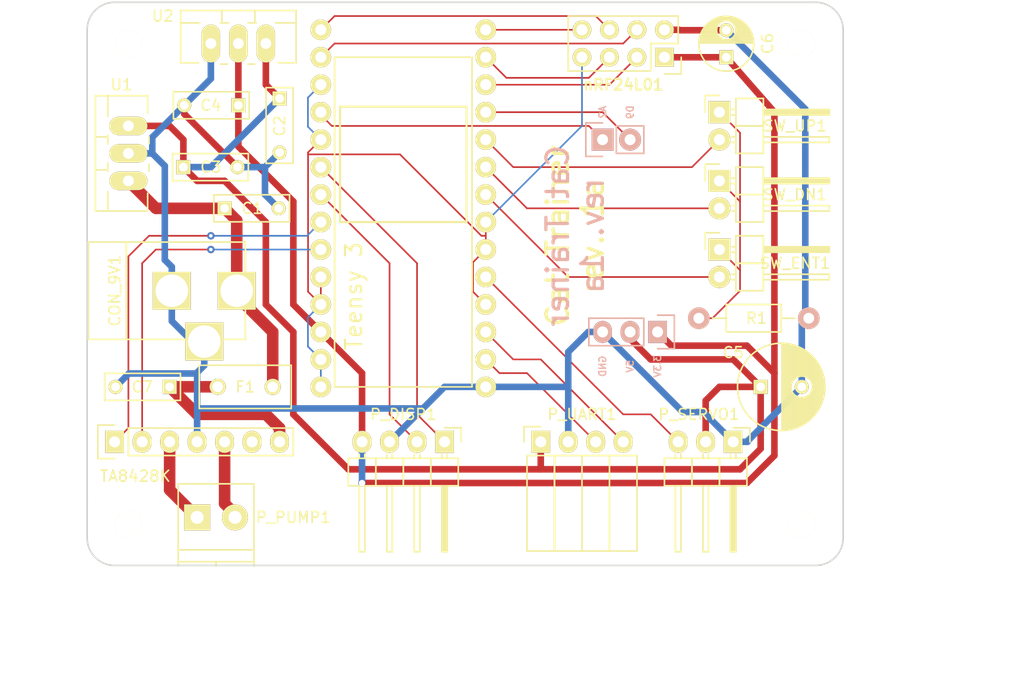
<source format=kicad_pcb>
(kicad_pcb (version 20171130) (host pcbnew "(5.1.12)-1")

  (general
    (thickness 1.6)
    (drawings 28)
    (tracks 199)
    (zones 0)
    (modules 28)
    (nets 28)
  )

  (page A4)
  (title_block
    (title "Teensy Base PCB")
    (rev 1a)
  )

  (layers
    (0 F.Cu signal)
    (31 B.Cu signal)
    (32 B.Adhes user)
    (33 F.Adhes user)
    (34 B.Paste user)
    (35 F.Paste user)
    (36 B.SilkS user)
    (37 F.SilkS user)
    (38 B.Mask user)
    (39 F.Mask user)
    (40 Dwgs.User user)
    (41 Cmts.User user)
    (42 Eco1.User user)
    (43 Eco2.User user)
    (44 Edge.Cuts user)
    (45 Margin user)
    (46 B.CrtYd user)
    (47 F.CrtYd user)
    (48 B.Fab user)
    (49 F.Fab user)
  )

  (setup
    (last_trace_width 0.1524)
    (trace_clearance 0.1524)
    (zone_clearance 0.508)
    (zone_45_only no)
    (trace_min 0.1524)
    (via_size 0.6858)
    (via_drill 0.3302)
    (via_min_size 0.6858)
    (via_min_drill 0.3302)
    (uvia_size 0.762)
    (uvia_drill 0.1)
    (uvias_allowed no)
    (uvia_min_size 0)
    (uvia_min_drill 0)
    (edge_width 0.15)
    (segment_width 0.2)
    (pcb_text_width 0.3)
    (pcb_text_size 1.5 1.5)
    (mod_edge_width 0.15)
    (mod_text_size 1 1)
    (mod_text_width 0.15)
    (pad_size 1.524 1.524)
    (pad_drill 0.762)
    (pad_to_mask_clearance 0.2)
    (aux_axis_origin 0 0)
    (visible_elements 7FFFFFFF)
    (pcbplotparams
      (layerselection 0x00030_80000001)
      (usegerberextensions false)
      (usegerberattributes true)
      (usegerberadvancedattributes true)
      (creategerberjobfile true)
      (excludeedgelayer true)
      (linewidth 0.100000)
      (plotframeref false)
      (viasonmask false)
      (mode 1)
      (useauxorigin false)
      (hpglpennumber 1)
      (hpglpenspeed 20)
      (hpglpendiameter 15.000000)
      (psnegative false)
      (psa4output false)
      (plotreference true)
      (plotvalue true)
      (plotinvisibletext false)
      (padsonsilk false)
      (subtractmaskfromsilk false)
      (outputformat 1)
      (mirror false)
      (drillshape 1)
      (scaleselection 1)
      (outputdirectory ""))
  )

  (net 0 "")
  (net 1 "Net-(P_UART1-Pad3)")
  (net 2 "Net-(P_UART1-Pad4)")
  (net 3 NC)
  (net 4 "Net-(U3-Pad10)")
  (net 5 "Net-(U3-Pad11)")
  (net 6 "Net-(U3-Pad12)")
  (net 7 "Net-(U3-Pad13)")
  (net 8 "Net-(U3-Pad14)")
  (net 9 "Net-(P_DISP1-Pad1)")
  (net 10 "Net-(P_DISP1-Pad2)")
  (net 11 GND)
  (net 12 +9V)
  (net 13 +5V)
  (net 14 +3.3V)
  (net 15 "Net-(SW_DN1-Pad2)")
  (net 16 "Net-(SW_ENT1-Pad2)")
  (net 17 "Net-(SW_UP1-Pad2)")
  (net 18 "Net-(R1-Pad1)")
  (net 19 ACC2)
  (net 20 ACC1)
  (net 21 "Net-(P_PUMP1-Pad2)")
  (net 22 "Net-(P_PUMP1-Pad1)")
  (net 23 "Net-(U3-Pad20)")
  (net 24 "Net-(U3-Pad21)")
  (net 25 "Net-(U5-Pad6)")
  (net 26 "Net-(C7-Pad1)")
  (net 27 "Net-(P_SERVO1-Pad3)")

  (net_class Default "This is the default net class."
    (clearance 0.1524)
    (trace_width 0.1524)
    (via_dia 0.6858)
    (via_drill 0.3302)
    (uvia_dia 0.762)
    (uvia_drill 0.1)
    (add_net ACC1)
    (add_net ACC2)
    (add_net NC)
    (add_net "Net-(P_DISP1-Pad1)")
    (add_net "Net-(P_DISP1-Pad2)")
    (add_net "Net-(P_SERVO1-Pad3)")
    (add_net "Net-(P_UART1-Pad3)")
    (add_net "Net-(P_UART1-Pad4)")
    (add_net "Net-(R1-Pad1)")
    (add_net "Net-(SW_DN1-Pad2)")
    (add_net "Net-(SW_ENT1-Pad2)")
    (add_net "Net-(SW_UP1-Pad2)")
    (add_net "Net-(U3-Pad10)")
    (add_net "Net-(U3-Pad11)")
    (add_net "Net-(U3-Pad12)")
    (add_net "Net-(U3-Pad13)")
    (add_net "Net-(U3-Pad14)")
    (add_net "Net-(U3-Pad20)")
    (add_net "Net-(U3-Pad21)")
    (add_net "Net-(U5-Pad6)")
  )

  (net_class Current ""
    (clearance 0.254)
    (trace_width 1.0668)
    (via_dia 0.6858)
    (via_drill 0.3302)
    (uvia_dia 0.762)
    (uvia_drill 0.1)
    (add_net +9V)
    (add_net "Net-(C7-Pad1)")
    (add_net "Net-(P_PUMP1-Pad1)")
    (add_net "Net-(P_PUMP1-Pad2)")
  )

  (net_class Power ""
    (clearance 0.1524)
    (trace_width 0.6096)
    (via_dia 0.9398)
    (via_drill 0.5842)
    (uvia_dia 0.762)
    (uvia_drill 0.1)
    (add_net +3.3V)
    (add_net +5V)
    (add_net GND)
  )

  (module Connect:BARREL_JACK (layer F.Cu) (tedit 5817BD6B) (tstamp 5803F11B)
    (at 110.49 96.52)
    (descr "DC Barrel Jack")
    (tags "Power Jack")
    (path /5803E29C)
    (fp_text reference CON_9V1 (at -5.08 0 90) (layer F.SilkS)
      (effects (font (size 1 1) (thickness 0.15)))
    )
    (fp_text value BARREL_JACK (at 0 -3.175) (layer F.Fab)
      (effects (font (size 1 1) (thickness 0.15)))
    )
    (fp_line (start -4.0005 -4.50088) (end -4.0005 4.50088) (layer F.SilkS) (width 0.15))
    (fp_line (start -7.50062 -4.50088) (end -7.50062 4.50088) (layer F.SilkS) (width 0.15))
    (fp_line (start -7.50062 4.50088) (end 7.00024 4.50088) (layer F.SilkS) (width 0.15))
    (fp_line (start 7.00024 4.50088) (end 7.00024 -4.50088) (layer F.SilkS) (width 0.15))
    (fp_line (start 7.00024 -4.50088) (end -7.50062 -4.50088) (layer F.SilkS) (width 0.15))
    (pad 1 thru_hole rect (at 6.20014 0) (size 3.50012 3.50012) (drill 2.99974) (layers *.Cu *.Mask F.SilkS)
      (net 12 +9V))
    (pad 2 thru_hole rect (at 0.20066 0) (size 3.50012 3.50012) (drill 2.99974) (layers *.Cu *.Mask F.SilkS)
      (net 11 GND))
    (pad 3 thru_hole rect (at 3.2004 4.699) (size 3.50012 3.50012) (drill 2.99974) (layers *.Cu *.Mask F.SilkS)
      (net 11 GND))
  )

  (module Socket_Strips:Socket_Strip_Straight_2x04 (layer F.Cu) (tedit 58153747) (tstamp 5803F1BA)
    (at 156.21 74.93 180)
    (descr "Through hole socket strip")
    (tags "socket strip")
    (path /5803BF4C)
    (fp_text reference U4 (at 3.81 -2.54 180) (layer F.SilkS) hide
      (effects (font (size 1 1) (thickness 0.15)))
    )
    (fp_text value nRF24L01+ (at 3.175 4.445 180) (layer F.Fab)
      (effects (font (size 1 1) (thickness 0.15)))
    )
    (fp_line (start -1.75 -1.75) (end -1.75 4.3) (layer F.CrtYd) (width 0.05))
    (fp_line (start 9.4 -1.75) (end 9.4 4.3) (layer F.CrtYd) (width 0.05))
    (fp_line (start -1.75 -1.75) (end 9.4 -1.75) (layer F.CrtYd) (width 0.05))
    (fp_line (start -1.75 4.3) (end 9.4 4.3) (layer F.CrtYd) (width 0.05))
    (fp_line (start 1.27 -1.27) (end 8.89 -1.27) (layer F.SilkS) (width 0.15))
    (fp_line (start 8.89 -1.27) (end 8.89 3.81) (layer F.SilkS) (width 0.15))
    (fp_line (start 8.89 3.81) (end -1.27 3.81) (layer F.SilkS) (width 0.15))
    (fp_line (start -1.27 3.81) (end -1.27 1.27) (layer F.SilkS) (width 0.15))
    (fp_line (start 0 -1.55) (end -1.55 -1.55) (layer F.SilkS) (width 0.15))
    (fp_line (start -1.27 1.27) (end 1.27 1.27) (layer F.SilkS) (width 0.15))
    (fp_line (start 1.27 1.27) (end 1.27 -1.27) (layer F.SilkS) (width 0.15))
    (fp_line (start -1.55 -1.55) (end -1.55 0) (layer F.SilkS) (width 0.15))
    (pad 2 thru_hole rect (at 0 0 180) (size 1.7272 1.7272) (drill 1.016) (layers *.Cu *.Mask F.SilkS)
      (net 14 +3.3V))
    (pad 1 thru_hole oval (at 0 2.54 180) (size 1.7272 1.7272) (drill 1.016) (layers *.Cu *.Mask F.SilkS)
      (net 11 GND))
    (pad 4 thru_hole oval (at 2.54 0 180) (size 1.7272 1.7272) (drill 1.016) (layers *.Cu *.Mask F.SilkS)
      (net 4 "Net-(U3-Pad10)"))
    (pad 3 thru_hole oval (at 2.54 2.54 180) (size 1.7272 1.7272) (drill 1.016) (layers *.Cu *.Mask F.SilkS)
      (net 8 "Net-(U3-Pad14)"))
    (pad 6 thru_hole oval (at 5.08 0 180) (size 1.7272 1.7272) (drill 1.016) (layers *.Cu *.Mask F.SilkS)
      (net 5 "Net-(U3-Pad11)"))
    (pad 5 thru_hole oval (at 5.08 2.54 180) (size 1.7272 1.7272) (drill 1.016) (layers *.Cu *.Mask F.SilkS)
      (net 7 "Net-(U3-Pad13)"))
    (pad 8 thru_hole oval (at 7.62 0 180) (size 1.7272 1.7272) (drill 1.016) (layers *.Cu *.Mask F.SilkS)
      (net 3 NC))
    (pad 7 thru_hole oval (at 7.62 2.54 180) (size 1.7272 1.7272) (drill 1.016) (layers *.Cu *.Mask F.SilkS)
      (net 6 "Net-(U3-Pad12)"))
    (model Socket_Strips.3dshapes/Socket_Strip_Straight_2x04.wrl
      (offset (xyz 3.809999942779541 -1.269999980926514 0))
      (scale (xyz 1 1 1))
      (rotate (xyz 0 0 180))
    )
  )

  (module lib:Teensy-3.1 (layer F.Cu) (tedit 58153795) (tstamp 5803F1AE)
    (at 139.7 102.87 90)
    (path /5803BE0B)
    (fp_text reference U3 (at 13.335 -7.62 180) (layer F.SilkS) hide
      (effects (font (size 1.5 1.5) (thickness 0.15)))
    )
    (fp_text value Teensy_3.2 (at 5.08 -2.54 90) (layer F.Fab)
      (effects (font (size 1.5 1.5) (thickness 0.15)))
    )
    (fp_line (start 27.94 -2.54) (end 27.94 -1.27) (layer F.SilkS) (width 0.15))
    (fp_line (start 27.94 -1.27) (end -2.54 -1.27) (layer F.SilkS) (width 0.15))
    (fp_line (start -2.54 -1.27) (end -2.54 -2.54) (layer F.SilkS) (width 0.15))
    (fp_line (start -2.54 -12.7) (end -2.54 -13.97) (layer F.SilkS) (width 0.15))
    (fp_line (start -2.54 -13.97) (end 27.94 -13.97) (layer F.SilkS) (width 0.15))
    (fp_line (start 27.94 -13.97) (end 27.94 -12.7) (layer F.SilkS) (width 0.15))
    (fp_line (start 27.94 -12.7) (end 27.94 -2.54) (layer F.SilkS) (width 0.15))
    (fp_line (start -2.54 -2.54) (end -2.54 -12.7) (layer F.SilkS) (width 0.15))
    (pad 0 thru_hole circle (at 0 0 90) (size 1.9 1.9) (drill 1.016) (layers *.Cu *.Mask F.SilkS)
      (net 1 "Net-(P_UART1-Pad3)"))
    (pad 1 thru_hole circle (at 2.54 0 90) (size 1.9 1.9) (drill 1.016) (layers *.Cu *.Mask F.SilkS)
      (net 2 "Net-(P_UART1-Pad4)"))
    (pad 2 thru_hole circle (at 5.08 0 90) (size 1.9 1.9) (drill 1.016) (layers *.Cu *.Mask F.SilkS)
      (net 3 NC))
    (pad 3 thru_hole circle (at 7.62 0 90) (size 1.9 1.9) (drill 1.016) (layers *.Cu *.Mask F.SilkS)
      (net 27 "Net-(P_SERVO1-Pad3)"))
    (pad 4 thru_hole circle (at 10.16 0 90) (size 1.9 1.9) (drill 1.016) (layers *.Cu *.Mask F.SilkS)
      (net 3 NC))
    (pad 5 thru_hole circle (at 12.7 0 90) (size 1.9 1.9) (drill 1.016) (layers *.Cu *.Mask F.SilkS)
      (net 3 NC))
    (pad 6 thru_hole circle (at 15.24 0 90) (size 1.9 1.9) (drill 1.016) (layers *.Cu *.Mask F.SilkS)
      (net 16 "Net-(SW_ENT1-Pad2)"))
    (pad 7 thru_hole circle (at 17.78 0 90) (size 1.9 1.9) (drill 1.016) (layers *.Cu *.Mask F.SilkS)
      (net 15 "Net-(SW_DN1-Pad2)"))
    (pad 8 thru_hole circle (at 20.32 0 90) (size 1.9 1.9) (drill 1.016) (layers *.Cu *.Mask F.SilkS)
      (net 17 "Net-(SW_UP1-Pad2)"))
    (pad 9 thru_hole circle (at 22.86 0 90) (size 1.9 1.9) (drill 1.016) (layers *.Cu *.Mask F.SilkS)
      (net 20 ACC1))
    (pad 10 thru_hole circle (at 25.4 0 90) (size 1.9 1.9) (drill 1.016) (layers *.Cu *.Mask F.SilkS)
      (net 4 "Net-(U3-Pad10)"))
    (pad 11 thru_hole circle (at 27.94 0 90) (size 1.9 1.9) (drill 1.016) (layers *.Cu *.Mask F.SilkS)
      (net 5 "Net-(U3-Pad11)"))
    (pad 12 thru_hole circle (at 30.48 0 90) (size 1.9 1.9) (drill 1.016) (layers *.Cu *.Mask F.SilkS)
      (net 6 "Net-(U3-Pad12)"))
    (pad 13 thru_hole circle (at 30.48 -15.24 90) (size 1.9 1.9) (drill 1.016) (layers *.Cu *.Mask F.SilkS)
      (net 7 "Net-(U3-Pad13)"))
    (pad 14 thru_hole circle (at 27.94 -15.24 90) (size 1.9 1.9) (drill 1.016) (layers *.Cu *.Mask F.SilkS)
      (net 8 "Net-(U3-Pad14)"))
    (pad 15 thru_hole circle (at 25.4 -15.24 90) (size 1.9 1.9) (drill 1.016) (layers *.Cu *.Mask F.SilkS)
      (net 3 NC))
    (pad 16 thru_hole circle (at 22.86 -15.24 90) (size 1.9 1.9) (drill 1.016) (layers *.Cu *.Mask F.SilkS)
      (net 19 ACC2))
    (pad 17 thru_hole circle (at 20.32 -15.24 90) (size 1.9 1.9) (drill 1.016) (layers *.Cu *.Mask F.SilkS)
      (net 3 NC))
    (pad 18 thru_hole circle (at 17.78 -15.24 90) (size 1.9 1.9) (drill 1.016) (layers *.Cu *.Mask F.SilkS)
      (net 9 "Net-(P_DISP1-Pad1)"))
    (pad 19 thru_hole circle (at 15.24 -15.24 90) (size 1.9 1.9) (drill 1.016) (layers *.Cu *.Mask F.SilkS)
      (net 10 "Net-(P_DISP1-Pad2)"))
    (pad 20 thru_hole circle (at 12.7 -15.24 90) (size 1.9 1.9) (drill 1.016) (layers *.Cu *.Mask F.SilkS)
      (net 23 "Net-(U3-Pad20)"))
    (pad 21 thru_hole circle (at 10.16 -15.24 90) (size 1.9 1.9) (drill 1.016) (layers *.Cu *.Mask F.SilkS)
      (net 24 "Net-(U3-Pad21)"))
    (pad 22 thru_hole circle (at 7.62 -15.24 90) (size 1.9 1.9) (drill 1.016) (layers *.Cu *.Mask F.SilkS)
      (net 3 NC))
    (pad 23 thru_hole circle (at 5.08 -15.24 90) (size 1.9 1.9) (drill 1.016) (layers *.Cu *.Mask F.SilkS)
      (net 3 NC))
    (pad 24 thru_hole circle (at 2.54 -15.24 90) (size 1.9 1.9) (drill 1.016) (layers *.Cu *.Mask F.SilkS)
      (net 14 +3.3V))
    (pad 25 thru_hole circle (at 0 -15.24 90) (size 1.9 1.9) (drill 1.016) (layers *.Cu *.Mask F.SilkS)
      (net 3 NC))
    (pad 26 thru_hole circle (at -2.54 -15.24 90) (size 1.9 1.9) (drill 1.016) (layers *.Cu *.Mask F.SilkS)
      (net 3 NC))
    (pad 27 thru_hole circle (at -2.54 0 90) (size 1.9 1.9) (drill 1.016) (layers *.Cu *.Mask F.SilkS)
      (net 11 GND))
  )

  (module Mounting_Holes:MountingHole_2.5mm (layer F.Cu) (tedit 5815377E) (tstamp 5804FEDB)
    (at 168.91 118.11)
    (descr "Mounting Hole 2.5mm, no annular")
    (tags "mounting hole 2.5mm no annular")
    (fp_text reference REF**_4 (at 0 -3.5) (layer F.SilkS) hide
      (effects (font (size 1 1) (thickness 0.15)))
    )
    (fp_text value MountingHole_2.5mm (at 3.175 3.175) (layer F.Fab)
      (effects (font (size 1 1) (thickness 0.15)))
    )
    (fp_circle (center 0 0) (end 2.5 0) (layer Cmts.User) (width 0.15))
    (fp_circle (center 0 0) (end 2.75 0) (layer F.CrtYd) (width 0.05))
    (pad 1 np_thru_hole circle (at 0 0) (size 2.5 2.5) (drill 2.5) (layers *.Cu *.Mask F.SilkS))
  )

  (module Mounting_Holes:MountingHole_2.5mm locked (layer F.Cu) (tedit 58153789) (tstamp 5804FDEE)
    (at 168.91 73.66)
    (descr "Mounting Hole 2.5mm, no annular")
    (tags "mounting hole 2.5mm no annular")
    (fp_text reference REF**_3 (at 0 -3.5) (layer F.SilkS) hide
      (effects (font (size 1 1) (thickness 0.15)))
    )
    (fp_text value MountingHole_2.5mm (at 1.905 -3.175) (layer F.Fab)
      (effects (font (size 1 1) (thickness 0.15)))
    )
    (fp_circle (center 0 0) (end 2.5 0) (layer Cmts.User) (width 0.15))
    (fp_circle (center 0 0) (end 2.75 0) (layer F.CrtYd) (width 0.05))
    (pad 1 np_thru_hole circle (at 0 0) (size 2.5 2.5) (drill 2.5) (layers *.Cu *.Mask F.SilkS))
  )

  (module Mounting_Holes:MountingHole_2.5mm (layer F.Cu) (tedit 58153776) (tstamp 5804FDC5)
    (at 106.68 118.11)
    (descr "Mounting Hole 2.5mm, no annular")
    (tags "mounting hole 2.5mm no annular")
    (fp_text reference REF**_2 (at 0 -3.5) (layer F.SilkS) hide
      (effects (font (size 1 1) (thickness 0.15)))
    )
    (fp_text value MountingHole_2.5mm (at -3.81 2.54) (layer F.Fab)
      (effects (font (size 1 1) (thickness 0.15)))
    )
    (fp_circle (center 0 0) (end 2.5 0) (layer Cmts.User) (width 0.15))
    (fp_circle (center 0 0) (end 2.75 0) (layer F.CrtYd) (width 0.05))
    (pad 1 np_thru_hole circle (at 0 0) (size 2.5 2.5) (drill 2.5) (layers *.Cu *.Mask F.SilkS))
  )

  (module Pin_Headers:Pin_Header_Angled_1x03 (layer F.Cu) (tedit 58153BD5) (tstamp 5804082A)
    (at 162.56 110.49 270)
    (descr "Through hole pin header")
    (tags "pin header")
    (path /580427F1)
    (fp_text reference P_SERVO1 (at -2.54 3.175) (layer F.SilkS)
      (effects (font (size 1 1) (thickness 0.15)))
    )
    (fp_text value CONN_01X03 (at 4.445 -2.54 270) (layer F.Fab)
      (effects (font (size 1 1) (thickness 0.15)))
    )
    (fp_line (start -1.5 -1.75) (end -1.5 6.85) (layer F.CrtYd) (width 0.05))
    (fp_line (start 10.65 -1.75) (end 10.65 6.85) (layer F.CrtYd) (width 0.05))
    (fp_line (start -1.5 -1.75) (end 10.65 -1.75) (layer F.CrtYd) (width 0.05))
    (fp_line (start -1.5 6.85) (end 10.65 6.85) (layer F.CrtYd) (width 0.05))
    (fp_line (start -1.3 -1.55) (end -1.3 0) (layer F.SilkS) (width 0.15))
    (fp_line (start 0 -1.55) (end -1.3 -1.55) (layer F.SilkS) (width 0.15))
    (fp_line (start 4.191 -0.127) (end 10.033 -0.127) (layer F.SilkS) (width 0.15))
    (fp_line (start 10.033 -0.127) (end 10.033 0.127) (layer F.SilkS) (width 0.15))
    (fp_line (start 10.033 0.127) (end 4.191 0.127) (layer F.SilkS) (width 0.15))
    (fp_line (start 4.191 0.127) (end 4.191 0) (layer F.SilkS) (width 0.15))
    (fp_line (start 4.191 0) (end 10.033 0) (layer F.SilkS) (width 0.15))
    (fp_line (start 1.524 -0.254) (end 1.143 -0.254) (layer F.SilkS) (width 0.15))
    (fp_line (start 1.524 0.254) (end 1.143 0.254) (layer F.SilkS) (width 0.15))
    (fp_line (start 1.524 2.286) (end 1.143 2.286) (layer F.SilkS) (width 0.15))
    (fp_line (start 1.524 2.794) (end 1.143 2.794) (layer F.SilkS) (width 0.15))
    (fp_line (start 1.524 4.826) (end 1.143 4.826) (layer F.SilkS) (width 0.15))
    (fp_line (start 1.524 5.334) (end 1.143 5.334) (layer F.SilkS) (width 0.15))
    (fp_line (start 4.064 1.27) (end 4.064 -1.27) (layer F.SilkS) (width 0.15))
    (fp_line (start 10.16 0.254) (end 4.064 0.254) (layer F.SilkS) (width 0.15))
    (fp_line (start 10.16 -0.254) (end 10.16 0.254) (layer F.SilkS) (width 0.15))
    (fp_line (start 4.064 -0.254) (end 10.16 -0.254) (layer F.SilkS) (width 0.15))
    (fp_line (start 1.524 1.27) (end 4.064 1.27) (layer F.SilkS) (width 0.15))
    (fp_line (start 1.524 -1.27) (end 1.524 1.27) (layer F.SilkS) (width 0.15))
    (fp_line (start 1.524 -1.27) (end 4.064 -1.27) (layer F.SilkS) (width 0.15))
    (fp_line (start 1.524 3.81) (end 4.064 3.81) (layer F.SilkS) (width 0.15))
    (fp_line (start 1.524 3.81) (end 1.524 6.35) (layer F.SilkS) (width 0.15))
    (fp_line (start 4.064 4.826) (end 10.16 4.826) (layer F.SilkS) (width 0.15))
    (fp_line (start 10.16 4.826) (end 10.16 5.334) (layer F.SilkS) (width 0.15))
    (fp_line (start 10.16 5.334) (end 4.064 5.334) (layer F.SilkS) (width 0.15))
    (fp_line (start 4.064 6.35) (end 4.064 3.81) (layer F.SilkS) (width 0.15))
    (fp_line (start 4.064 3.81) (end 4.064 1.27) (layer F.SilkS) (width 0.15))
    (fp_line (start 10.16 2.794) (end 4.064 2.794) (layer F.SilkS) (width 0.15))
    (fp_line (start 10.16 2.286) (end 10.16 2.794) (layer F.SilkS) (width 0.15))
    (fp_line (start 4.064 2.286) (end 10.16 2.286) (layer F.SilkS) (width 0.15))
    (fp_line (start 1.524 3.81) (end 4.064 3.81) (layer F.SilkS) (width 0.15))
    (fp_line (start 1.524 1.27) (end 1.524 3.81) (layer F.SilkS) (width 0.15))
    (fp_line (start 1.524 1.27) (end 4.064 1.27) (layer F.SilkS) (width 0.15))
    (fp_line (start 1.524 6.35) (end 4.064 6.35) (layer F.SilkS) (width 0.15))
    (pad 1 thru_hole rect (at 0 0 270) (size 2.032 1.7272) (drill 1.016) (layers *.Cu *.Mask F.SilkS)
      (net 11 GND))
    (pad 2 thru_hole oval (at 0 2.54 270) (size 2.032 1.7272) (drill 1.016) (layers *.Cu *.Mask F.SilkS)
      (net 13 +5V))
    (pad 3 thru_hole oval (at 0 5.08 270) (size 2.032 1.7272) (drill 1.016) (layers *.Cu *.Mask F.SilkS)
      (net 27 "Net-(P_SERVO1-Pad3)"))
    (model Pin_Headers.3dshapes/Pin_Header_Angled_1x03.wrl
      (offset (xyz 0 -2.539999961853027 0))
      (scale (xyz 1 1 1))
      (rotate (xyz 0 0 90))
    )
  )

  (module Socket_Strips:Socket_Strip_Angled_1x04 (layer F.Cu) (tedit 581536FD) (tstamp 58040830)
    (at 144.78 110.49)
    (descr "Through hole socket strip")
    (tags "socket strip")
    (path /5803DF02)
    (fp_text reference P_UART1 (at 3.81 -2.54) (layer F.SilkS)
      (effects (font (size 1 1) (thickness 0.15)))
    )
    (fp_text value CONN_01X04 (at -2.54 4.445 90) (layer F.Fab)
      (effects (font (size 1 1) (thickness 0.15)))
    )
    (fp_line (start -1.75 -1.5) (end -1.75 10.6) (layer F.CrtYd) (width 0.05))
    (fp_line (start 9.4 -1.5) (end 9.4 10.6) (layer F.CrtYd) (width 0.05))
    (fp_line (start -1.75 -1.5) (end 9.4 -1.5) (layer F.CrtYd) (width 0.05))
    (fp_line (start -1.75 10.6) (end 9.4 10.6) (layer F.CrtYd) (width 0.05))
    (fp_line (start 8.89 10.1) (end 8.89 1.27) (layer F.SilkS) (width 0.15))
    (fp_line (start 6.35 10.1) (end 8.89 10.1) (layer F.SilkS) (width 0.15))
    (fp_line (start 6.35 1.27) (end 8.89 1.27) (layer F.SilkS) (width 0.15))
    (fp_line (start 3.81 1.27) (end 6.35 1.27) (layer F.SilkS) (width 0.15))
    (fp_line (start 3.81 10.1) (end 6.35 10.1) (layer F.SilkS) (width 0.15))
    (fp_line (start 6.35 10.1) (end 6.35 1.27) (layer F.SilkS) (width 0.15))
    (fp_line (start 3.81 10.1) (end 3.81 1.27) (layer F.SilkS) (width 0.15))
    (fp_line (start 1.27 10.1) (end 3.81 10.1) (layer F.SilkS) (width 0.15))
    (fp_line (start 1.27 1.27) (end 1.27 10.1) (layer F.SilkS) (width 0.15))
    (fp_line (start 1.27 1.27) (end 3.81 1.27) (layer F.SilkS) (width 0.15))
    (fp_line (start -1.27 1.27) (end 1.27 1.27) (layer F.SilkS) (width 0.15))
    (fp_line (start 0 -1.4) (end -1.55 -1.4) (layer F.SilkS) (width 0.15))
    (fp_line (start -1.55 -1.4) (end -1.55 0) (layer F.SilkS) (width 0.15))
    (fp_line (start -1.27 1.27) (end -1.27 10.1) (layer F.SilkS) (width 0.15))
    (fp_line (start -1.27 10.1) (end 1.27 10.1) (layer F.SilkS) (width 0.15))
    (fp_line (start 1.27 10.1) (end 1.27 1.27) (layer F.SilkS) (width 0.15))
    (pad 1 thru_hole rect (at 0 0) (size 1.7272 2.032) (drill 1.016) (layers *.Cu *.Mask F.SilkS)
      (net 13 +5V))
    (pad 2 thru_hole oval (at 2.54 0) (size 1.7272 2.032) (drill 1.016) (layers *.Cu *.Mask F.SilkS)
      (net 11 GND))
    (pad 3 thru_hole oval (at 5.08 0) (size 1.7272 2.032) (drill 1.016) (layers *.Cu *.Mask F.SilkS)
      (net 1 "Net-(P_UART1-Pad3)"))
    (pad 4 thru_hole oval (at 7.62 0) (size 1.7272 2.032) (drill 1.016) (layers *.Cu *.Mask F.SilkS)
      (net 2 "Net-(P_UART1-Pad4)"))
    (model Socket_Strips.3dshapes/Socket_Strip_Angled_1x04.wrl
      (offset (xyz 3.809999942779541 0 0))
      (scale (xyz 1 1 1))
      (rotate (xyz 0 0 180))
    )
  )

  (module Mounting_Holes:MountingHole_2.5mm locked (layer F.Cu) (tedit 581536B8) (tstamp 5804FD84)
    (at 106.68 73.66)
    (descr "Mounting Hole 2.5mm, no annular")
    (tags "mounting hole 2.5mm no annular")
    (fp_text reference REF** (at 0 -3.5) (layer F.SilkS) hide
      (effects (font (size 1 1) (thickness 0.15)))
    )
    (fp_text value MountingHole_2.5mm (at -3.175 -2.54) (layer F.Fab)
      (effects (font (size 1 1) (thickness 0.15)))
    )
    (fp_circle (center 0 0) (end 2.5 0) (layer Cmts.User) (width 0.15))
    (fp_circle (center 0 0) (end 2.75 0) (layer F.CrtYd) (width 0.05))
    (pad 1 np_thru_hole circle (at 0 0) (size 2.5 2.5) (drill 2.5) (layers *.Cu *.Mask F.SilkS))
  )

  (module TO_SOT_Packages_THT:TO-220_Neutral123_Vertical_LargePads (layer F.Cu) (tedit 58153691) (tstamp 58050827)
    (at 106.68 83.82 90)
    (descr "TO-220, Neutral, Vertical, Large Pads,")
    (tags "TO-220, Neutral, Vertical, Large Pads,")
    (path /5803C030)
    (fp_text reference U1 (at 6.35 -0.635 180) (layer F.SilkS)
      (effects (font (size 1 1) (thickness 0.15)))
    )
    (fp_text value LM7805CT (at 0 -2.54 90) (layer F.Fab)
      (effects (font (size 1 1) (thickness 0.15)))
    )
    (fp_line (start 5.334 -1.905) (end 3.429 -1.905) (layer F.SilkS) (width 0.15))
    (fp_line (start 0.889 -1.905) (end 1.651 -1.905) (layer F.SilkS) (width 0.15))
    (fp_line (start -1.524 -1.905) (end -1.651 -1.905) (layer F.SilkS) (width 0.15))
    (fp_line (start -1.524 -1.905) (end -0.889 -1.905) (layer F.SilkS) (width 0.15))
    (fp_line (start -5.334 -1.905) (end -3.556 -1.905) (layer F.SilkS) (width 0.15))
    (fp_line (start -5.334 1.778) (end -3.683 1.778) (layer F.SilkS) (width 0.15))
    (fp_line (start -1.016 1.905) (end -1.651 1.905) (layer F.SilkS) (width 0.15))
    (fp_line (start 1.524 1.905) (end 0.889 1.905) (layer F.SilkS) (width 0.15))
    (fp_line (start 5.334 1.778) (end 3.683 1.778) (layer F.SilkS) (width 0.15))
    (fp_line (start -1.524 -3.048) (end -1.524 -1.905) (layer F.SilkS) (width 0.15))
    (fp_line (start 1.524 -3.048) (end 1.524 -1.905) (layer F.SilkS) (width 0.15))
    (fp_line (start 5.334 -1.905) (end 5.334 1.778) (layer F.SilkS) (width 0.15))
    (fp_line (start -5.334 1.778) (end -5.334 -1.905) (layer F.SilkS) (width 0.15))
    (fp_line (start 5.334 -3.048) (end 5.334 -1.905) (layer F.SilkS) (width 0.15))
    (fp_line (start -5.334 -1.905) (end -5.334 -3.048) (layer F.SilkS) (width 0.15))
    (fp_line (start 0 -3.048) (end -5.334 -3.048) (layer F.SilkS) (width 0.15))
    (fp_line (start 0 -3.048) (end 5.334 -3.048) (layer F.SilkS) (width 0.15))
    (pad 2 thru_hole oval (at 0 0 180) (size 3.50012 1.69926) (drill 1.00076) (layers *.Cu *.Mask F.SilkS)
      (net 11 GND))
    (pad 1 thru_hole oval (at -2.54 0 180) (size 3.50012 1.69926) (drill 1.00076) (layers *.Cu *.Mask F.SilkS)
      (net 12 +9V))
    (pad 3 thru_hole oval (at 2.54 0 180) (size 3.50012 1.69926) (drill 1.00076) (layers *.Cu *.Mask F.SilkS)
      (net 13 +5V))
    (model TO_SOT_Packages_THT.3dshapes/TO-220_Neutral123_Vertical_LargePads.wrl
      (at (xyz 0 0 0))
      (scale (xyz 0.3937 0.3937 0.3937))
      (rotate (xyz 0 0 0))
    )
  )

  (module TO_SOT_Packages_THT:TO-220_Neutral123_Vertical_LargePads (layer F.Cu) (tedit 5815369B) (tstamp 5805082D)
    (at 116.84 73.66)
    (descr "TO-220, Neutral, Vertical, Large Pads,")
    (tags "TO-220, Neutral, Vertical, Large Pads,")
    (path /5804540F)
    (fp_text reference U2 (at -6.985 -2.54) (layer F.SilkS)
      (effects (font (size 1 1) (thickness 0.15)))
    )
    (fp_text value LD1117V33 (at 0 -2.54) (layer F.Fab)
      (effects (font (size 1 1) (thickness 0.15)))
    )
    (fp_line (start 5.334 -1.905) (end 3.429 -1.905) (layer F.SilkS) (width 0.15))
    (fp_line (start 0.889 -1.905) (end 1.651 -1.905) (layer F.SilkS) (width 0.15))
    (fp_line (start -1.524 -1.905) (end -1.651 -1.905) (layer F.SilkS) (width 0.15))
    (fp_line (start -1.524 -1.905) (end -0.889 -1.905) (layer F.SilkS) (width 0.15))
    (fp_line (start -5.334 -1.905) (end -3.556 -1.905) (layer F.SilkS) (width 0.15))
    (fp_line (start -5.334 1.778) (end -3.683 1.778) (layer F.SilkS) (width 0.15))
    (fp_line (start -1.016 1.905) (end -1.651 1.905) (layer F.SilkS) (width 0.15))
    (fp_line (start 1.524 1.905) (end 0.889 1.905) (layer F.SilkS) (width 0.15))
    (fp_line (start 5.334 1.778) (end 3.683 1.778) (layer F.SilkS) (width 0.15))
    (fp_line (start -1.524 -3.048) (end -1.524 -1.905) (layer F.SilkS) (width 0.15))
    (fp_line (start 1.524 -3.048) (end 1.524 -1.905) (layer F.SilkS) (width 0.15))
    (fp_line (start 5.334 -1.905) (end 5.334 1.778) (layer F.SilkS) (width 0.15))
    (fp_line (start -5.334 1.778) (end -5.334 -1.905) (layer F.SilkS) (width 0.15))
    (fp_line (start 5.334 -3.048) (end 5.334 -1.905) (layer F.SilkS) (width 0.15))
    (fp_line (start -5.334 -1.905) (end -5.334 -3.048) (layer F.SilkS) (width 0.15))
    (fp_line (start 0 -3.048) (end -5.334 -3.048) (layer F.SilkS) (width 0.15))
    (fp_line (start 0 -3.048) (end 5.334 -3.048) (layer F.SilkS) (width 0.15))
    (pad 2 thru_hole oval (at 0 0 90) (size 3.50012 1.69926) (drill 1.00076) (layers *.Cu *.Mask F.SilkS)
      (net 14 +3.3V))
    (pad 1 thru_hole oval (at -2.54 0 90) (size 3.50012 1.69926) (drill 1.00076) (layers *.Cu *.Mask F.SilkS)
      (net 11 GND))
    (pad 3 thru_hole oval (at 2.54 0 90) (size 3.50012 1.69926) (drill 1.00076) (layers *.Cu *.Mask F.SilkS)
      (net 13 +5V))
    (model TO_SOT_Packages_THT.3dshapes/TO-220_Neutral123_Vertical_LargePads.wrl
      (at (xyz 0 0 0))
      (scale (xyz 0.3937 0.3937 0.3937))
      (rotate (xyz 0 0 0))
    )
  )

  (module Pin_Headers:Pin_Header_Angled_1x04 (layer F.Cu) (tedit 581536F4) (tstamp 58053BC5)
    (at 135.89 110.49 270)
    (descr "Through hole pin header")
    (tags "pin header")
    (path /58041686)
    (fp_text reference P_DISP1 (at -2.54 3.81) (layer F.SilkS)
      (effects (font (size 1 1) (thickness 0.15)))
    )
    (fp_text value CONN_01X04 (at 4.445 -1.905 270) (layer F.Fab)
      (effects (font (size 1 1) (thickness 0.15)))
    )
    (fp_line (start -1.5 -1.75) (end -1.5 9.4) (layer F.CrtYd) (width 0.05))
    (fp_line (start 10.65 -1.75) (end 10.65 9.4) (layer F.CrtYd) (width 0.05))
    (fp_line (start -1.5 -1.75) (end 10.65 -1.75) (layer F.CrtYd) (width 0.05))
    (fp_line (start -1.5 9.4) (end 10.65 9.4) (layer F.CrtYd) (width 0.05))
    (fp_line (start -1.3 -1.55) (end -1.3 0) (layer F.SilkS) (width 0.15))
    (fp_line (start 0 -1.55) (end -1.3 -1.55) (layer F.SilkS) (width 0.15))
    (fp_line (start 4.191 -0.127) (end 10.033 -0.127) (layer F.SilkS) (width 0.15))
    (fp_line (start 10.033 -0.127) (end 10.033 0.127) (layer F.SilkS) (width 0.15))
    (fp_line (start 10.033 0.127) (end 4.191 0.127) (layer F.SilkS) (width 0.15))
    (fp_line (start 4.191 0.127) (end 4.191 0) (layer F.SilkS) (width 0.15))
    (fp_line (start 4.191 0) (end 10.033 0) (layer F.SilkS) (width 0.15))
    (fp_line (start 1.524 -0.254) (end 1.143 -0.254) (layer F.SilkS) (width 0.15))
    (fp_line (start 1.524 0.254) (end 1.143 0.254) (layer F.SilkS) (width 0.15))
    (fp_line (start 1.524 2.286) (end 1.143 2.286) (layer F.SilkS) (width 0.15))
    (fp_line (start 1.524 2.794) (end 1.143 2.794) (layer F.SilkS) (width 0.15))
    (fp_line (start 1.524 4.826) (end 1.143 4.826) (layer F.SilkS) (width 0.15))
    (fp_line (start 1.524 5.334) (end 1.143 5.334) (layer F.SilkS) (width 0.15))
    (fp_line (start 1.524 7.874) (end 1.143 7.874) (layer F.SilkS) (width 0.15))
    (fp_line (start 1.524 7.366) (end 1.143 7.366) (layer F.SilkS) (width 0.15))
    (fp_line (start 1.524 -1.27) (end 4.064 -1.27) (layer F.SilkS) (width 0.15))
    (fp_line (start 1.524 1.27) (end 4.064 1.27) (layer F.SilkS) (width 0.15))
    (fp_line (start 1.524 1.27) (end 1.524 3.81) (layer F.SilkS) (width 0.15))
    (fp_line (start 1.524 3.81) (end 4.064 3.81) (layer F.SilkS) (width 0.15))
    (fp_line (start 4.064 2.286) (end 10.16 2.286) (layer F.SilkS) (width 0.15))
    (fp_line (start 10.16 2.286) (end 10.16 2.794) (layer F.SilkS) (width 0.15))
    (fp_line (start 10.16 2.794) (end 4.064 2.794) (layer F.SilkS) (width 0.15))
    (fp_line (start 4.064 3.81) (end 4.064 1.27) (layer F.SilkS) (width 0.15))
    (fp_line (start 4.064 1.27) (end 4.064 -1.27) (layer F.SilkS) (width 0.15))
    (fp_line (start 10.16 0.254) (end 4.064 0.254) (layer F.SilkS) (width 0.15))
    (fp_line (start 10.16 -0.254) (end 10.16 0.254) (layer F.SilkS) (width 0.15))
    (fp_line (start 4.064 -0.254) (end 10.16 -0.254) (layer F.SilkS) (width 0.15))
    (fp_line (start 1.524 1.27) (end 4.064 1.27) (layer F.SilkS) (width 0.15))
    (fp_line (start 1.524 -1.27) (end 1.524 1.27) (layer F.SilkS) (width 0.15))
    (fp_line (start 1.524 6.35) (end 4.064 6.35) (layer F.SilkS) (width 0.15))
    (fp_line (start 1.524 6.35) (end 1.524 8.89) (layer F.SilkS) (width 0.15))
    (fp_line (start 1.524 8.89) (end 4.064 8.89) (layer F.SilkS) (width 0.15))
    (fp_line (start 4.064 7.366) (end 10.16 7.366) (layer F.SilkS) (width 0.15))
    (fp_line (start 10.16 7.366) (end 10.16 7.874) (layer F.SilkS) (width 0.15))
    (fp_line (start 10.16 7.874) (end 4.064 7.874) (layer F.SilkS) (width 0.15))
    (fp_line (start 4.064 8.89) (end 4.064 6.35) (layer F.SilkS) (width 0.15))
    (fp_line (start 4.064 6.35) (end 4.064 3.81) (layer F.SilkS) (width 0.15))
    (fp_line (start 10.16 5.334) (end 4.064 5.334) (layer F.SilkS) (width 0.15))
    (fp_line (start 10.16 4.826) (end 10.16 5.334) (layer F.SilkS) (width 0.15))
    (fp_line (start 4.064 4.826) (end 10.16 4.826) (layer F.SilkS) (width 0.15))
    (fp_line (start 1.524 6.35) (end 4.064 6.35) (layer F.SilkS) (width 0.15))
    (fp_line (start 1.524 3.81) (end 1.524 6.35) (layer F.SilkS) (width 0.15))
    (fp_line (start 1.524 3.81) (end 4.064 3.81) (layer F.SilkS) (width 0.15))
    (pad 1 thru_hole rect (at 0 0 270) (size 2.032 1.7272) (drill 1.016) (layers *.Cu *.Mask F.SilkS)
      (net 9 "Net-(P_DISP1-Pad1)"))
    (pad 2 thru_hole oval (at 0 2.54 270) (size 2.032 1.7272) (drill 1.016) (layers *.Cu *.Mask F.SilkS)
      (net 10 "Net-(P_DISP1-Pad2)"))
    (pad 3 thru_hole oval (at 0 5.08 270) (size 2.032 1.7272) (drill 1.016) (layers *.Cu *.Mask F.SilkS)
      (net 11 GND))
    (pad 4 thru_hole oval (at 0 7.62 270) (size 2.032 1.7272) (drill 1.016) (layers *.Cu *.Mask F.SilkS)
      (net 14 +3.3V))
    (model Pin_Headers.3dshapes/Pin_Header_Angled_1x04.wrl
      (offset (xyz 0 -3.809999942779541 0))
      (scale (xyz 1 1 1))
      (rotate (xyz 0 0 90))
    )
  )

  (module Pin_Headers:Pin_Header_Angled_1x02 (layer F.Cu) (tedit 58153720) (tstamp 58053BD6)
    (at 161.29 86.36)
    (descr "Through hole pin header")
    (tags "pin header")
    (path /5803D88E)
    (fp_text reference SW_DN1 (at 6.985 1.27) (layer F.SilkS)
      (effects (font (size 1 1) (thickness 0.15)))
    )
    (fp_text value SW_PUSH (at 6.985 -0.635) (layer F.Fab)
      (effects (font (size 1 1) (thickness 0.15)))
    )
    (fp_line (start -1.5 -1.75) (end -1.5 4.3) (layer F.CrtYd) (width 0.05))
    (fp_line (start 10.65 -1.75) (end 10.65 4.3) (layer F.CrtYd) (width 0.05))
    (fp_line (start -1.5 -1.75) (end 10.65 -1.75) (layer F.CrtYd) (width 0.05))
    (fp_line (start -1.5 4.3) (end 10.65 4.3) (layer F.CrtYd) (width 0.05))
    (fp_line (start -1.3 -1.55) (end -1.3 0) (layer F.SilkS) (width 0.15))
    (fp_line (start 0 -1.55) (end -1.3 -1.55) (layer F.SilkS) (width 0.15))
    (fp_line (start 4.191 -0.127) (end 10.033 -0.127) (layer F.SilkS) (width 0.15))
    (fp_line (start 10.033 -0.127) (end 10.033 0.127) (layer F.SilkS) (width 0.15))
    (fp_line (start 10.033 0.127) (end 4.191 0.127) (layer F.SilkS) (width 0.15))
    (fp_line (start 4.191 0.127) (end 4.191 0) (layer F.SilkS) (width 0.15))
    (fp_line (start 4.191 0) (end 10.033 0) (layer F.SilkS) (width 0.15))
    (fp_line (start 1.524 -0.254) (end 1.143 -0.254) (layer F.SilkS) (width 0.15))
    (fp_line (start 1.524 0.254) (end 1.143 0.254) (layer F.SilkS) (width 0.15))
    (fp_line (start 1.524 2.286) (end 1.143 2.286) (layer F.SilkS) (width 0.15))
    (fp_line (start 1.524 2.794) (end 1.143 2.794) (layer F.SilkS) (width 0.15))
    (fp_line (start 1.524 -1.27) (end 4.064 -1.27) (layer F.SilkS) (width 0.15))
    (fp_line (start 1.524 1.27) (end 4.064 1.27) (layer F.SilkS) (width 0.15))
    (fp_line (start 1.524 1.27) (end 1.524 3.81) (layer F.SilkS) (width 0.15))
    (fp_line (start 1.524 3.81) (end 4.064 3.81) (layer F.SilkS) (width 0.15))
    (fp_line (start 4.064 2.286) (end 10.16 2.286) (layer F.SilkS) (width 0.15))
    (fp_line (start 10.16 2.286) (end 10.16 2.794) (layer F.SilkS) (width 0.15))
    (fp_line (start 10.16 2.794) (end 4.064 2.794) (layer F.SilkS) (width 0.15))
    (fp_line (start 4.064 3.81) (end 4.064 1.27) (layer F.SilkS) (width 0.15))
    (fp_line (start 4.064 1.27) (end 4.064 -1.27) (layer F.SilkS) (width 0.15))
    (fp_line (start 10.16 0.254) (end 4.064 0.254) (layer F.SilkS) (width 0.15))
    (fp_line (start 10.16 -0.254) (end 10.16 0.254) (layer F.SilkS) (width 0.15))
    (fp_line (start 4.064 -0.254) (end 10.16 -0.254) (layer F.SilkS) (width 0.15))
    (fp_line (start 1.524 1.27) (end 4.064 1.27) (layer F.SilkS) (width 0.15))
    (fp_line (start 1.524 -1.27) (end 1.524 1.27) (layer F.SilkS) (width 0.15))
    (pad 1 thru_hole rect (at 0 0) (size 2.032 2.032) (drill 1.016) (layers *.Cu *.Mask F.SilkS)
      (net 18 "Net-(R1-Pad1)"))
    (pad 2 thru_hole oval (at 0 2.54) (size 2.032 2.032) (drill 1.016) (layers *.Cu *.Mask F.SilkS)
      (net 15 "Net-(SW_DN1-Pad2)"))
    (model Pin_Headers.3dshapes/Pin_Header_Angled_1x02.wrl
      (offset (xyz 0 -1.269999980926514 0))
      (scale (xyz 1 1 1))
      (rotate (xyz 0 0 90))
    )
  )

  (module Pin_Headers:Pin_Header_Angled_1x02 (layer F.Cu) (tedit 5815372C) (tstamp 58053BDB)
    (at 161.29 92.71)
    (descr "Through hole pin header")
    (tags "pin header")
    (path /5803D793)
    (fp_text reference SW_ENT1 (at 6.985 1.27) (layer F.SilkS)
      (effects (font (size 1 1) (thickness 0.15)))
    )
    (fp_text value SW_PUSH (at 6.985 -0.635) (layer F.Fab)
      (effects (font (size 1 1) (thickness 0.15)))
    )
    (fp_line (start -1.5 -1.75) (end -1.5 4.3) (layer F.CrtYd) (width 0.05))
    (fp_line (start 10.65 -1.75) (end 10.65 4.3) (layer F.CrtYd) (width 0.05))
    (fp_line (start -1.5 -1.75) (end 10.65 -1.75) (layer F.CrtYd) (width 0.05))
    (fp_line (start -1.5 4.3) (end 10.65 4.3) (layer F.CrtYd) (width 0.05))
    (fp_line (start -1.3 -1.55) (end -1.3 0) (layer F.SilkS) (width 0.15))
    (fp_line (start 0 -1.55) (end -1.3 -1.55) (layer F.SilkS) (width 0.15))
    (fp_line (start 4.191 -0.127) (end 10.033 -0.127) (layer F.SilkS) (width 0.15))
    (fp_line (start 10.033 -0.127) (end 10.033 0.127) (layer F.SilkS) (width 0.15))
    (fp_line (start 10.033 0.127) (end 4.191 0.127) (layer F.SilkS) (width 0.15))
    (fp_line (start 4.191 0.127) (end 4.191 0) (layer F.SilkS) (width 0.15))
    (fp_line (start 4.191 0) (end 10.033 0) (layer F.SilkS) (width 0.15))
    (fp_line (start 1.524 -0.254) (end 1.143 -0.254) (layer F.SilkS) (width 0.15))
    (fp_line (start 1.524 0.254) (end 1.143 0.254) (layer F.SilkS) (width 0.15))
    (fp_line (start 1.524 2.286) (end 1.143 2.286) (layer F.SilkS) (width 0.15))
    (fp_line (start 1.524 2.794) (end 1.143 2.794) (layer F.SilkS) (width 0.15))
    (fp_line (start 1.524 -1.27) (end 4.064 -1.27) (layer F.SilkS) (width 0.15))
    (fp_line (start 1.524 1.27) (end 4.064 1.27) (layer F.SilkS) (width 0.15))
    (fp_line (start 1.524 1.27) (end 1.524 3.81) (layer F.SilkS) (width 0.15))
    (fp_line (start 1.524 3.81) (end 4.064 3.81) (layer F.SilkS) (width 0.15))
    (fp_line (start 4.064 2.286) (end 10.16 2.286) (layer F.SilkS) (width 0.15))
    (fp_line (start 10.16 2.286) (end 10.16 2.794) (layer F.SilkS) (width 0.15))
    (fp_line (start 10.16 2.794) (end 4.064 2.794) (layer F.SilkS) (width 0.15))
    (fp_line (start 4.064 3.81) (end 4.064 1.27) (layer F.SilkS) (width 0.15))
    (fp_line (start 4.064 1.27) (end 4.064 -1.27) (layer F.SilkS) (width 0.15))
    (fp_line (start 10.16 0.254) (end 4.064 0.254) (layer F.SilkS) (width 0.15))
    (fp_line (start 10.16 -0.254) (end 10.16 0.254) (layer F.SilkS) (width 0.15))
    (fp_line (start 4.064 -0.254) (end 10.16 -0.254) (layer F.SilkS) (width 0.15))
    (fp_line (start 1.524 1.27) (end 4.064 1.27) (layer F.SilkS) (width 0.15))
    (fp_line (start 1.524 -1.27) (end 1.524 1.27) (layer F.SilkS) (width 0.15))
    (pad 1 thru_hole rect (at 0 0) (size 2.032 2.032) (drill 1.016) (layers *.Cu *.Mask F.SilkS)
      (net 18 "Net-(R1-Pad1)"))
    (pad 2 thru_hole oval (at 0 2.54) (size 2.032 2.032) (drill 1.016) (layers *.Cu *.Mask F.SilkS)
      (net 16 "Net-(SW_ENT1-Pad2)"))
    (model Pin_Headers.3dshapes/Pin_Header_Angled_1x02.wrl
      (offset (xyz 0 -1.269999980926514 0))
      (scale (xyz 1 1 1))
      (rotate (xyz 0 0 90))
    )
  )

  (module Pin_Headers:Pin_Header_Angled_1x02 (layer F.Cu) (tedit 58153726) (tstamp 58053BE0)
    (at 161.29 80.01)
    (descr "Through hole pin header")
    (tags "pin header")
    (path /5803D8EE)
    (fp_text reference SW_UP1 (at 6.985 1.27) (layer F.SilkS)
      (effects (font (size 1 1) (thickness 0.15)))
    )
    (fp_text value SW_PUSH (at 6.985 -0.635) (layer F.Fab)
      (effects (font (size 1 1) (thickness 0.15)))
    )
    (fp_line (start -1.5 -1.75) (end -1.5 4.3) (layer F.CrtYd) (width 0.05))
    (fp_line (start 10.65 -1.75) (end 10.65 4.3) (layer F.CrtYd) (width 0.05))
    (fp_line (start -1.5 -1.75) (end 10.65 -1.75) (layer F.CrtYd) (width 0.05))
    (fp_line (start -1.5 4.3) (end 10.65 4.3) (layer F.CrtYd) (width 0.05))
    (fp_line (start -1.3 -1.55) (end -1.3 0) (layer F.SilkS) (width 0.15))
    (fp_line (start 0 -1.55) (end -1.3 -1.55) (layer F.SilkS) (width 0.15))
    (fp_line (start 4.191 -0.127) (end 10.033 -0.127) (layer F.SilkS) (width 0.15))
    (fp_line (start 10.033 -0.127) (end 10.033 0.127) (layer F.SilkS) (width 0.15))
    (fp_line (start 10.033 0.127) (end 4.191 0.127) (layer F.SilkS) (width 0.15))
    (fp_line (start 4.191 0.127) (end 4.191 0) (layer F.SilkS) (width 0.15))
    (fp_line (start 4.191 0) (end 10.033 0) (layer F.SilkS) (width 0.15))
    (fp_line (start 1.524 -0.254) (end 1.143 -0.254) (layer F.SilkS) (width 0.15))
    (fp_line (start 1.524 0.254) (end 1.143 0.254) (layer F.SilkS) (width 0.15))
    (fp_line (start 1.524 2.286) (end 1.143 2.286) (layer F.SilkS) (width 0.15))
    (fp_line (start 1.524 2.794) (end 1.143 2.794) (layer F.SilkS) (width 0.15))
    (fp_line (start 1.524 -1.27) (end 4.064 -1.27) (layer F.SilkS) (width 0.15))
    (fp_line (start 1.524 1.27) (end 4.064 1.27) (layer F.SilkS) (width 0.15))
    (fp_line (start 1.524 1.27) (end 1.524 3.81) (layer F.SilkS) (width 0.15))
    (fp_line (start 1.524 3.81) (end 4.064 3.81) (layer F.SilkS) (width 0.15))
    (fp_line (start 4.064 2.286) (end 10.16 2.286) (layer F.SilkS) (width 0.15))
    (fp_line (start 10.16 2.286) (end 10.16 2.794) (layer F.SilkS) (width 0.15))
    (fp_line (start 10.16 2.794) (end 4.064 2.794) (layer F.SilkS) (width 0.15))
    (fp_line (start 4.064 3.81) (end 4.064 1.27) (layer F.SilkS) (width 0.15))
    (fp_line (start 4.064 1.27) (end 4.064 -1.27) (layer F.SilkS) (width 0.15))
    (fp_line (start 10.16 0.254) (end 4.064 0.254) (layer F.SilkS) (width 0.15))
    (fp_line (start 10.16 -0.254) (end 10.16 0.254) (layer F.SilkS) (width 0.15))
    (fp_line (start 4.064 -0.254) (end 10.16 -0.254) (layer F.SilkS) (width 0.15))
    (fp_line (start 1.524 1.27) (end 4.064 1.27) (layer F.SilkS) (width 0.15))
    (fp_line (start 1.524 -1.27) (end 1.524 1.27) (layer F.SilkS) (width 0.15))
    (pad 1 thru_hole rect (at 0 0) (size 2.032 2.032) (drill 1.016) (layers *.Cu *.Mask F.SilkS)
      (net 18 "Net-(R1-Pad1)"))
    (pad 2 thru_hole oval (at 0 2.54) (size 2.032 2.032) (drill 1.016) (layers *.Cu *.Mask F.SilkS)
      (net 17 "Net-(SW_UP1-Pad2)"))
    (model Pin_Headers.3dshapes/Pin_Header_Angled_1x02.wrl
      (offset (xyz 0 -1.269999980926514 0))
      (scale (xyz 1 1 1))
      (rotate (xyz 0 0 90))
    )
  )

  (module Resistors_ThroughHole:Resistor_Horizontal_RM10mm (layer F.Cu) (tedit 58153735) (tstamp 5806CD2B)
    (at 159.385 99.06)
    (descr "Resistor, Axial,  RM 10mm, 1/3W")
    (tags "Resistor Axial RM 10mm 1/3W")
    (path /5803DA18)
    (fp_text reference R1 (at 5.334 0) (layer F.SilkS)
      (effects (font (size 1 1) (thickness 0.15)))
    )
    (fp_text value 100 (at 5.08 -2.413) (layer F.Fab)
      (effects (font (size 1 1) (thickness 0.15)))
    )
    (fp_line (start -1.25 -1.5) (end 11.4 -1.5) (layer F.CrtYd) (width 0.05))
    (fp_line (start -1.25 1.5) (end -1.25 -1.5) (layer F.CrtYd) (width 0.05))
    (fp_line (start 11.4 -1.5) (end 11.4 1.5) (layer F.CrtYd) (width 0.05))
    (fp_line (start -1.25 1.5) (end 11.4 1.5) (layer F.CrtYd) (width 0.05))
    (fp_line (start 2.54 -1.27) (end 7.62 -1.27) (layer F.SilkS) (width 0.15))
    (fp_line (start 7.62 -1.27) (end 7.62 1.27) (layer F.SilkS) (width 0.15))
    (fp_line (start 7.62 1.27) (end 2.54 1.27) (layer F.SilkS) (width 0.15))
    (fp_line (start 2.54 1.27) (end 2.54 -1.27) (layer F.SilkS) (width 0.15))
    (fp_line (start 2.54 0) (end 1.27 0) (layer F.SilkS) (width 0.15))
    (fp_line (start 7.62 0) (end 8.89 0) (layer F.SilkS) (width 0.15))
    (pad 1 thru_hole circle (at 0 0) (size 1.99898 1.99898) (drill 1.00076) (layers *.Cu *.SilkS *.Mask)
      (net 18 "Net-(R1-Pad1)"))
    (pad 2 thru_hole circle (at 10.16 0) (size 1.99898 1.99898) (drill 1.00076) (layers *.Cu *.SilkS *.Mask)
      (net 11 GND))
    (model Resistors_ThroughHole.3dshapes/Resistor_Horizontal_RM10mm.wrl
      (offset (xyz 5.079999923706055 0 0))
      (scale (xyz 0.4 0.4 0.4))
      (rotate (xyz 0 0 0))
    )
  )

  (module Pin_Headers:Pin_Header_Straight_1x03 (layer B.Cu) (tedit 580AC8BC) (tstamp 580AC75E)
    (at 155.575 100.33 90)
    (descr "Through hole pin header")
    (tags "pin header")
    (path /580AC98D)
    (fp_text reference P_ACC1 (at 0 5.1 90) (layer B.SilkS) hide
      (effects (font (size 1 1) (thickness 0.15)) (justify mirror))
    )
    (fp_text value CONN_01X03 (at 0 3.1 90) (layer B.Fab)
      (effects (font (size 1 1) (thickness 0.15)) (justify mirror))
    )
    (fp_line (start -1.75 1.75) (end -1.75 -6.85) (layer B.CrtYd) (width 0.05))
    (fp_line (start 1.75 1.75) (end 1.75 -6.85) (layer B.CrtYd) (width 0.05))
    (fp_line (start -1.75 1.75) (end 1.75 1.75) (layer B.CrtYd) (width 0.05))
    (fp_line (start -1.75 -6.85) (end 1.75 -6.85) (layer B.CrtYd) (width 0.05))
    (fp_line (start -1.27 -1.27) (end -1.27 -6.35) (layer B.SilkS) (width 0.15))
    (fp_line (start -1.27 -6.35) (end 1.27 -6.35) (layer B.SilkS) (width 0.15))
    (fp_line (start 1.27 -6.35) (end 1.27 -1.27) (layer B.SilkS) (width 0.15))
    (fp_line (start 1.55 1.55) (end 1.55 0) (layer B.SilkS) (width 0.15))
    (fp_line (start 1.27 -1.27) (end -1.27 -1.27) (layer B.SilkS) (width 0.15))
    (fp_line (start -1.55 0) (end -1.55 1.55) (layer B.SilkS) (width 0.15))
    (fp_line (start -1.55 1.55) (end 1.55 1.55) (layer B.SilkS) (width 0.15))
    (pad 1 thru_hole rect (at 0 0 90) (size 2.032 1.7272) (drill 1.016) (layers *.Cu *.Mask B.SilkS)
      (net 14 +3.3V))
    (pad 2 thru_hole oval (at 0 -2.54 90) (size 2.032 1.7272) (drill 1.016) (layers *.Cu *.Mask B.SilkS)
      (net 13 +5V))
    (pad 3 thru_hole oval (at 0 -5.08 90) (size 2.032 1.7272) (drill 1.016) (layers *.Cu *.Mask B.SilkS)
      (net 11 GND))
    (model Pin_Headers.3dshapes/Pin_Header_Straight_1x03.wrl
      (offset (xyz 0 -2.539999961853027 0))
      (scale (xyz 1 1 1))
      (rotate (xyz 0 0 90))
    )
  )

  (module Pin_Headers:Pin_Header_Straight_1x02 (layer B.Cu) (tedit 580AC8C8) (tstamp 580AC764)
    (at 150.495 82.55 270)
    (descr "Through hole pin header")
    (tags "pin header")
    (path /580ACB04)
    (fp_text reference P_ACC2 (at 0 5.1 270) (layer B.SilkS) hide
      (effects (font (size 1 1) (thickness 0.15)) (justify mirror))
    )
    (fp_text value CONN_01X02 (at 0 3.1 270) (layer B.Fab)
      (effects (font (size 1 1) (thickness 0.15)) (justify mirror))
    )
    (fp_line (start 1.27 -1.27) (end 1.27 -3.81) (layer B.SilkS) (width 0.15))
    (fp_line (start 1.55 1.55) (end 1.55 0) (layer B.SilkS) (width 0.15))
    (fp_line (start -1.75 1.75) (end -1.75 -4.3) (layer B.CrtYd) (width 0.05))
    (fp_line (start 1.75 1.75) (end 1.75 -4.3) (layer B.CrtYd) (width 0.05))
    (fp_line (start -1.75 1.75) (end 1.75 1.75) (layer B.CrtYd) (width 0.05))
    (fp_line (start -1.75 -4.3) (end 1.75 -4.3) (layer B.CrtYd) (width 0.05))
    (fp_line (start 1.27 -1.27) (end -1.27 -1.27) (layer B.SilkS) (width 0.15))
    (fp_line (start -1.55 0) (end -1.55 1.55) (layer B.SilkS) (width 0.15))
    (fp_line (start -1.55 1.55) (end 1.55 1.55) (layer B.SilkS) (width 0.15))
    (fp_line (start -1.27 -1.27) (end -1.27 -3.81) (layer B.SilkS) (width 0.15))
    (fp_line (start -1.27 -3.81) (end 1.27 -3.81) (layer B.SilkS) (width 0.15))
    (pad 1 thru_hole rect (at 0 0 270) (size 2.032 2.032) (drill 1.016) (layers *.Cu *.Mask B.SilkS)
      (net 19 ACC2))
    (pad 2 thru_hole oval (at 0 -2.54 270) (size 2.032 2.032) (drill 1.016) (layers *.Cu *.Mask B.SilkS)
      (net 20 ACC1))
    (model Pin_Headers.3dshapes/Pin_Header_Straight_1x02.wrl
      (offset (xyz 0 -1.269999980926514 0))
      (scale (xyz 1 1 1))
      (rotate (xyz 0 0 90))
    )
  )

  (module Capacitors_ThroughHole:C_Rect_L7_W2.5_P5 (layer F.Cu) (tedit 58140FB1) (tstamp 5813E3D1)
    (at 115.57 88.9)
    (descr "Film Capacitor Length 7mm x Width 2.5mm, Pitch 5mm")
    (tags Capacitor)
    (path /5813FD2B)
    (fp_text reference C1 (at 2.54 0) (layer F.SilkS)
      (effects (font (size 1 1) (thickness 0.15)))
    )
    (fp_text value 330nF (at 2.5 2.5) (layer F.Fab)
      (effects (font (size 1 1) (thickness 0.15)))
    )
    (fp_line (start -1.25 -1.5) (end 6.25 -1.5) (layer F.CrtYd) (width 0.05))
    (fp_line (start 6.25 -1.5) (end 6.25 1.5) (layer F.CrtYd) (width 0.05))
    (fp_line (start 6.25 1.5) (end -1.25 1.5) (layer F.CrtYd) (width 0.05))
    (fp_line (start -1.25 1.5) (end -1.25 -1.5) (layer F.CrtYd) (width 0.05))
    (fp_line (start -1 -1.25) (end 6 -1.25) (layer F.SilkS) (width 0.15))
    (fp_line (start 6 -1.25) (end 6 1.25) (layer F.SilkS) (width 0.15))
    (fp_line (start 6 1.25) (end -1 1.25) (layer F.SilkS) (width 0.15))
    (fp_line (start -1 1.25) (end -1 -1.25) (layer F.SilkS) (width 0.15))
    (pad 1 thru_hole rect (at 0 0) (size 1.3 1.3) (drill 0.8) (layers *.Cu *.Mask F.SilkS)
      (net 12 +9V))
    (pad 2 thru_hole circle (at 5 0) (size 1.3 1.3) (drill 0.8) (layers *.Cu *.Mask F.SilkS)
      (net 11 GND))
  )

  (module Capacitors_ThroughHole:C_Rect_L7_W2.5_P5 (layer F.Cu) (tedit 58140FB5) (tstamp 5813E3D6)
    (at 120.65 78.74 270)
    (descr "Film Capacitor Length 7mm x Width 2.5mm, Pitch 5mm")
    (tags Capacitor)
    (path /5803C175)
    (fp_text reference C2 (at 2.54 0 270) (layer F.SilkS)
      (effects (font (size 1 1) (thickness 0.15)))
    )
    (fp_text value 100nF (at 2.5 2.5 270) (layer F.Fab)
      (effects (font (size 1 1) (thickness 0.15)))
    )
    (fp_line (start -1.25 -1.5) (end 6.25 -1.5) (layer F.CrtYd) (width 0.05))
    (fp_line (start 6.25 -1.5) (end 6.25 1.5) (layer F.CrtYd) (width 0.05))
    (fp_line (start 6.25 1.5) (end -1.25 1.5) (layer F.CrtYd) (width 0.05))
    (fp_line (start -1.25 1.5) (end -1.25 -1.5) (layer F.CrtYd) (width 0.05))
    (fp_line (start -1 -1.25) (end 6 -1.25) (layer F.SilkS) (width 0.15))
    (fp_line (start 6 -1.25) (end 6 1.25) (layer F.SilkS) (width 0.15))
    (fp_line (start 6 1.25) (end -1 1.25) (layer F.SilkS) (width 0.15))
    (fp_line (start -1 1.25) (end -1 -1.25) (layer F.SilkS) (width 0.15))
    (pad 1 thru_hole rect (at 0 0 270) (size 1.3 1.3) (drill 0.8) (layers *.Cu *.Mask F.SilkS)
      (net 13 +5V))
    (pad 2 thru_hole circle (at 5 0 270) (size 1.3 1.3) (drill 0.8) (layers *.Cu *.Mask F.SilkS)
      (net 11 GND))
  )

  (module Capacitors_ThroughHole:C_Rect_L7_W2.5_P5 (layer F.Cu) (tedit 581536C8) (tstamp 5813E3DB)
    (at 111.76 85.09)
    (descr "Film Capacitor Length 7mm x Width 2.5mm, Pitch 5mm")
    (tags Capacitor)
    (path /5803C24C)
    (fp_text reference C3 (at 2.54 0) (layer F.SilkS)
      (effects (font (size 1 1) (thickness 0.15)))
    )
    (fp_text value 100nF (at 2.54 -2.54) (layer F.Fab)
      (effects (font (size 1 1) (thickness 0.15)))
    )
    (fp_line (start -1.25 -1.5) (end 6.25 -1.5) (layer F.CrtYd) (width 0.05))
    (fp_line (start 6.25 -1.5) (end 6.25 1.5) (layer F.CrtYd) (width 0.05))
    (fp_line (start 6.25 1.5) (end -1.25 1.5) (layer F.CrtYd) (width 0.05))
    (fp_line (start -1.25 1.5) (end -1.25 -1.5) (layer F.CrtYd) (width 0.05))
    (fp_line (start -1 -1.25) (end 6 -1.25) (layer F.SilkS) (width 0.15))
    (fp_line (start 6 -1.25) (end 6 1.25) (layer F.SilkS) (width 0.15))
    (fp_line (start 6 1.25) (end -1 1.25) (layer F.SilkS) (width 0.15))
    (fp_line (start -1 1.25) (end -1 -1.25) (layer F.SilkS) (width 0.15))
    (pad 1 thru_hole rect (at 0 0) (size 1.3 1.3) (drill 0.8) (layers *.Cu *.Mask F.SilkS)
      (net 13 +5V))
    (pad 2 thru_hole circle (at 5 0) (size 1.3 1.3) (drill 0.8) (layers *.Cu *.Mask F.SilkS)
      (net 11 GND))
  )

  (module Capacitors_ThroughHole:C_Radial_D8_L13_P3.8 (layer F.Cu) (tedit 58153D10) (tstamp 5813E3E5)
    (at 165.1 105.41)
    (descr "Radial Electrolytic Capacitor Diameter 8mm x Length 13mm, Pitch 3.8mm")
    (tags "Electrolytic Capacitor")
    (path /58042B68)
    (fp_text reference C5 (at -2.54 -3.175) (layer F.SilkS)
      (effects (font (size 1 1) (thickness 0.15)))
    )
    (fp_text value 470uF (at 5.08 5.08) (layer F.Fab)
      (effects (font (size 1 1) (thickness 0.15)))
    )
    (fp_line (start 1.975 -3.999) (end 1.975 3.999) (layer F.SilkS) (width 0.15))
    (fp_line (start 2.115 -3.994) (end 2.115 3.994) (layer F.SilkS) (width 0.15))
    (fp_line (start 2.255 -3.984) (end 2.255 3.984) (layer F.SilkS) (width 0.15))
    (fp_line (start 2.395 -3.969) (end 2.395 3.969) (layer F.SilkS) (width 0.15))
    (fp_line (start 2.535 -3.949) (end 2.535 3.949) (layer F.SilkS) (width 0.15))
    (fp_line (start 2.675 -3.924) (end 2.675 3.924) (layer F.SilkS) (width 0.15))
    (fp_line (start 2.815 -3.894) (end 2.815 -0.173) (layer F.SilkS) (width 0.15))
    (fp_line (start 2.815 0.173) (end 2.815 3.894) (layer F.SilkS) (width 0.15))
    (fp_line (start 2.955 -3.858) (end 2.955 -0.535) (layer F.SilkS) (width 0.15))
    (fp_line (start 2.955 0.535) (end 2.955 3.858) (layer F.SilkS) (width 0.15))
    (fp_line (start 3.095 -3.817) (end 3.095 -0.709) (layer F.SilkS) (width 0.15))
    (fp_line (start 3.095 0.709) (end 3.095 3.817) (layer F.SilkS) (width 0.15))
    (fp_line (start 3.235 -3.771) (end 3.235 -0.825) (layer F.SilkS) (width 0.15))
    (fp_line (start 3.235 0.825) (end 3.235 3.771) (layer F.SilkS) (width 0.15))
    (fp_line (start 3.375 -3.718) (end 3.375 -0.905) (layer F.SilkS) (width 0.15))
    (fp_line (start 3.375 0.905) (end 3.375 3.718) (layer F.SilkS) (width 0.15))
    (fp_line (start 3.515 -3.659) (end 3.515 -0.959) (layer F.SilkS) (width 0.15))
    (fp_line (start 3.515 0.959) (end 3.515 3.659) (layer F.SilkS) (width 0.15))
    (fp_line (start 3.655 -3.594) (end 3.655 -0.989) (layer F.SilkS) (width 0.15))
    (fp_line (start 3.655 0.989) (end 3.655 3.594) (layer F.SilkS) (width 0.15))
    (fp_line (start 3.795 -3.523) (end 3.795 -1) (layer F.SilkS) (width 0.15))
    (fp_line (start 3.795 1) (end 3.795 3.523) (layer F.SilkS) (width 0.15))
    (fp_line (start 3.935 -3.444) (end 3.935 -0.991) (layer F.SilkS) (width 0.15))
    (fp_line (start 3.935 0.991) (end 3.935 3.444) (layer F.SilkS) (width 0.15))
    (fp_line (start 4.075 -3.357) (end 4.075 -0.961) (layer F.SilkS) (width 0.15))
    (fp_line (start 4.075 0.961) (end 4.075 3.357) (layer F.SilkS) (width 0.15))
    (fp_line (start 4.215 -3.262) (end 4.215 -0.91) (layer F.SilkS) (width 0.15))
    (fp_line (start 4.215 0.91) (end 4.215 3.262) (layer F.SilkS) (width 0.15))
    (fp_line (start 4.355 -3.158) (end 4.355 -0.832) (layer F.SilkS) (width 0.15))
    (fp_line (start 4.355 0.832) (end 4.355 3.158) (layer F.SilkS) (width 0.15))
    (fp_line (start 4.495 -3.044) (end 4.495 -0.719) (layer F.SilkS) (width 0.15))
    (fp_line (start 4.495 0.719) (end 4.495 3.044) (layer F.SilkS) (width 0.15))
    (fp_line (start 4.635 -2.919) (end 4.635 -0.55) (layer F.SilkS) (width 0.15))
    (fp_line (start 4.635 0.55) (end 4.635 2.919) (layer F.SilkS) (width 0.15))
    (fp_line (start 4.775 -2.781) (end 4.775 -0.222) (layer F.SilkS) (width 0.15))
    (fp_line (start 4.775 0.222) (end 4.775 2.781) (layer F.SilkS) (width 0.15))
    (fp_line (start 4.915 -2.629) (end 4.915 2.629) (layer F.SilkS) (width 0.15))
    (fp_line (start 5.055 -2.459) (end 5.055 2.459) (layer F.SilkS) (width 0.15))
    (fp_line (start 5.195 -2.268) (end 5.195 2.268) (layer F.SilkS) (width 0.15))
    (fp_line (start 5.335 -2.05) (end 5.335 2.05) (layer F.SilkS) (width 0.15))
    (fp_line (start 5.475 -1.794) (end 5.475 1.794) (layer F.SilkS) (width 0.15))
    (fp_line (start 5.615 -1.483) (end 5.615 1.483) (layer F.SilkS) (width 0.15))
    (fp_line (start 5.755 -1.067) (end 5.755 1.067) (layer F.SilkS) (width 0.15))
    (fp_line (start 5.895 -0.2) (end 5.895 0.2) (layer F.SilkS) (width 0.15))
    (fp_circle (center 3.8 0) (end 3.8 -1) (layer F.SilkS) (width 0.15))
    (fp_circle (center 1.9 0) (end 1.9 -4.0375) (layer F.SilkS) (width 0.15))
    (fp_circle (center 1.9 0) (end 1.9 -4.3) (layer F.CrtYd) (width 0.05))
    (pad 1 thru_hole rect (at 0 0) (size 1.3 1.3) (drill 0.8) (layers *.Cu *.Mask F.SilkS)
      (net 13 +5V))
    (pad 2 thru_hole circle (at 3.8 0) (size 1.3 1.3) (drill 0.8) (layers *.Cu *.Mask F.SilkS)
      (net 11 GND))
    (model Capacitors_ThroughHole.3dshapes/C_Radial_D8_L13_P3.8.wrl
      (offset (xyz 1.899998711464882 0 0))
      (scale (xyz 1 1 1))
      (rotate (xyz 0 0 90))
    )
  )

  (module Capacitors_ThroughHole:C_Radial_D5_L11_P2.5 (layer F.Cu) (tedit 5815375D) (tstamp 5813E3EA)
    (at 161.925 74.93 90)
    (descr "Radial Electrolytic Capacitor Diameter 5mm x Length 11mm, Pitch 2.5mm")
    (tags "Electrolytic Capacitor")
    (path /5805414E)
    (fp_text reference C6 (at 1.27 3.81 90) (layer F.SilkS)
      (effects (font (size 1 1) (thickness 0.15)))
    )
    (fp_text value 100uF (at -1.27 -3.175 90) (layer F.Fab)
      (effects (font (size 1 1) (thickness 0.15)))
    )
    (fp_line (start 1.325 -2.499) (end 1.325 2.499) (layer F.SilkS) (width 0.15))
    (fp_line (start 1.465 -2.491) (end 1.465 2.491) (layer F.SilkS) (width 0.15))
    (fp_line (start 1.605 -2.475) (end 1.605 -0.095) (layer F.SilkS) (width 0.15))
    (fp_line (start 1.605 0.095) (end 1.605 2.475) (layer F.SilkS) (width 0.15))
    (fp_line (start 1.745 -2.451) (end 1.745 -0.49) (layer F.SilkS) (width 0.15))
    (fp_line (start 1.745 0.49) (end 1.745 2.451) (layer F.SilkS) (width 0.15))
    (fp_line (start 1.885 -2.418) (end 1.885 -0.657) (layer F.SilkS) (width 0.15))
    (fp_line (start 1.885 0.657) (end 1.885 2.418) (layer F.SilkS) (width 0.15))
    (fp_line (start 2.025 -2.377) (end 2.025 -0.764) (layer F.SilkS) (width 0.15))
    (fp_line (start 2.025 0.764) (end 2.025 2.377) (layer F.SilkS) (width 0.15))
    (fp_line (start 2.165 -2.327) (end 2.165 -0.835) (layer F.SilkS) (width 0.15))
    (fp_line (start 2.165 0.835) (end 2.165 2.327) (layer F.SilkS) (width 0.15))
    (fp_line (start 2.305 -2.266) (end 2.305 -0.879) (layer F.SilkS) (width 0.15))
    (fp_line (start 2.305 0.879) (end 2.305 2.266) (layer F.SilkS) (width 0.15))
    (fp_line (start 2.445 -2.196) (end 2.445 -0.898) (layer F.SilkS) (width 0.15))
    (fp_line (start 2.445 0.898) (end 2.445 2.196) (layer F.SilkS) (width 0.15))
    (fp_line (start 2.585 -2.114) (end 2.585 -0.896) (layer F.SilkS) (width 0.15))
    (fp_line (start 2.585 0.896) (end 2.585 2.114) (layer F.SilkS) (width 0.15))
    (fp_line (start 2.725 -2.019) (end 2.725 -0.871) (layer F.SilkS) (width 0.15))
    (fp_line (start 2.725 0.871) (end 2.725 2.019) (layer F.SilkS) (width 0.15))
    (fp_line (start 2.865 -1.908) (end 2.865 -0.823) (layer F.SilkS) (width 0.15))
    (fp_line (start 2.865 0.823) (end 2.865 1.908) (layer F.SilkS) (width 0.15))
    (fp_line (start 3.005 -1.78) (end 3.005 -0.745) (layer F.SilkS) (width 0.15))
    (fp_line (start 3.005 0.745) (end 3.005 1.78) (layer F.SilkS) (width 0.15))
    (fp_line (start 3.145 -1.631) (end 3.145 -0.628) (layer F.SilkS) (width 0.15))
    (fp_line (start 3.145 0.628) (end 3.145 1.631) (layer F.SilkS) (width 0.15))
    (fp_line (start 3.285 -1.452) (end 3.285 -0.44) (layer F.SilkS) (width 0.15))
    (fp_line (start 3.285 0.44) (end 3.285 1.452) (layer F.SilkS) (width 0.15))
    (fp_line (start 3.425 -1.233) (end 3.425 1.233) (layer F.SilkS) (width 0.15))
    (fp_line (start 3.565 -0.944) (end 3.565 0.944) (layer F.SilkS) (width 0.15))
    (fp_line (start 3.705 -0.472) (end 3.705 0.472) (layer F.SilkS) (width 0.15))
    (fp_circle (center 2.5 0) (end 2.5 -0.9) (layer F.SilkS) (width 0.15))
    (fp_circle (center 1.25 0) (end 1.25 -2.5375) (layer F.SilkS) (width 0.15))
    (fp_circle (center 1.25 0) (end 1.25 -2.8) (layer F.CrtYd) (width 0.05))
    (pad 1 thru_hole rect (at 0 0 90) (size 1.3 1.3) (drill 0.8) (layers *.Cu *.Mask F.SilkS)
      (net 14 +3.3V))
    (pad 2 thru_hole circle (at 2.5 0 90) (size 1.3 1.3) (drill 0.8) (layers *.Cu *.Mask F.SilkS)
      (net 11 GND))
    (model Capacitors_ThroughHole.3dshapes/C_Radial_D5_L11_P2.5.wrl
      (offset (xyz 1.25001018122673 0 0))
      (scale (xyz 1 1 1))
      (rotate (xyz 0 0 90))
    )
  )

  (module Terminal_Blocks:TerminalBlock_Pheonix_PT-3.5mm_2pol (layer F.Cu) (tedit 581537B4) (tstamp 5813E3F5)
    (at 113.03 117.475)
    (descr "2-way 3.5mm pitch terminal block, Phoenix PT series")
    (path /58041805)
    (fp_text reference P_PUMP1 (at 8.89 0) (layer F.SilkS)
      (effects (font (size 1 1) (thickness 0.15)))
    )
    (fp_text value CONN_01X02 (at 6.35 -0.635 90) (layer F.Fab)
      (effects (font (size 1 1) (thickness 0.15)))
    )
    (fp_line (start -1.9 -3.3) (end 5.4 -3.3) (layer F.CrtYd) (width 0.05))
    (fp_line (start -1.9 4.7) (end -1.9 -3.3) (layer F.CrtYd) (width 0.05))
    (fp_line (start 5.4 4.7) (end -1.9 4.7) (layer F.CrtYd) (width 0.05))
    (fp_line (start 5.4 -3.3) (end 5.4 4.7) (layer F.CrtYd) (width 0.05))
    (fp_line (start 1.75 4.1) (end 1.75 4.5) (layer F.SilkS) (width 0.15))
    (fp_line (start -1.75 3) (end 5.25 3) (layer F.SilkS) (width 0.15))
    (fp_line (start -1.75 4.1) (end 5.25 4.1) (layer F.SilkS) (width 0.15))
    (fp_line (start -1.75 -3.1) (end -1.75 4.5) (layer F.SilkS) (width 0.15))
    (fp_line (start 5.25 4.5) (end 5.25 -3.1) (layer F.SilkS) (width 0.15))
    (fp_line (start 5.25 -3.1) (end -1.75 -3.1) (layer F.SilkS) (width 0.15))
    (pad 2 thru_hole circle (at 3.5 0) (size 2.4 2.4) (drill 1.2) (layers *.Cu *.Mask F.SilkS)
      (net 21 "Net-(P_PUMP1-Pad2)"))
    (pad 1 thru_hole rect (at 0 0) (size 2.4 2.4) (drill 1.2) (layers *.Cu *.Mask F.SilkS)
      (net 22 "Net-(P_PUMP1-Pad1)"))
    (model Terminal_Blocks.3dshapes/TerminalBlock_Pheonix_PT-3.5mm_2pol.wrl
      (at (xyz 0 0 0))
      (scale (xyz 1 1 1))
      (rotate (xyz 0 0 0))
    )
  )

  (module Socket_Strips:Socket_Strip_Straight_1x07 (layer F.Cu) (tedit 5814D92A) (tstamp 0)
    (at 105.41 110.49)
    (descr "Through hole socket strip")
    (tags "socket strip")
    (path /5813AE6C)
    (fp_text reference U5 (at 0 -5.1) (layer F.SilkS) hide
      (effects (font (size 1 1) (thickness 0.15)))
    )
    (fp_text value TA8428K (at 1.905 -2.54) (layer F.Fab)
      (effects (font (size 1 1) (thickness 0.15)))
    )
    (fp_line (start -1.75 -1.75) (end -1.75 1.75) (layer F.CrtYd) (width 0.05))
    (fp_line (start 17 -1.75) (end 17 1.75) (layer F.CrtYd) (width 0.05))
    (fp_line (start -1.75 -1.75) (end 17 -1.75) (layer F.CrtYd) (width 0.05))
    (fp_line (start -1.75 1.75) (end 17 1.75) (layer F.CrtYd) (width 0.05))
    (fp_line (start 1.27 1.27) (end 16.51 1.27) (layer F.SilkS) (width 0.15))
    (fp_line (start 16.51 1.27) (end 16.51 -1.27) (layer F.SilkS) (width 0.15))
    (fp_line (start 16.51 -1.27) (end 1.27 -1.27) (layer F.SilkS) (width 0.15))
    (fp_line (start -1.55 1.55) (end 0 1.55) (layer F.SilkS) (width 0.15))
    (fp_line (start 1.27 1.27) (end 1.27 -1.27) (layer F.SilkS) (width 0.15))
    (fp_line (start 0 -1.55) (end -1.55 -1.55) (layer F.SilkS) (width 0.15))
    (fp_line (start -1.55 -1.55) (end -1.55 1.55) (layer F.SilkS) (width 0.15))
    (pad 1 thru_hole rect (at 0 0) (size 1.7272 2.032) (drill 1.016) (layers *.Cu *.Mask F.SilkS)
      (net 23 "Net-(U3-Pad20)"))
    (pad 2 thru_hole oval (at 2.54 0) (size 1.7272 2.032) (drill 1.016) (layers *.Cu *.Mask F.SilkS)
      (net 24 "Net-(U3-Pad21)"))
    (pad 3 thru_hole oval (at 5.08 0) (size 1.7272 2.032) (drill 1.016) (layers *.Cu *.Mask F.SilkS)
      (net 22 "Net-(P_PUMP1-Pad1)"))
    (pad 4 thru_hole oval (at 7.62 0) (size 1.7272 2.032) (drill 1.016) (layers *.Cu *.Mask F.SilkS)
      (net 11 GND))
    (pad 5 thru_hole oval (at 10.16 0) (size 1.7272 2.032) (drill 1.016) (layers *.Cu *.Mask F.SilkS)
      (net 21 "Net-(P_PUMP1-Pad2)"))
    (pad 6 thru_hole oval (at 12.7 0) (size 1.7272 2.032) (drill 1.016) (layers *.Cu *.Mask F.SilkS)
      (net 25 "Net-(U5-Pad6)"))
    (pad 7 thru_hole oval (at 15.24 0) (size 1.7272 2.032) (drill 1.016) (layers *.Cu *.Mask F.SilkS)
      (net 26 "Net-(C7-Pad1)"))
    (model Socket_Strips.3dshapes/Socket_Strip_Straight_1x07.wrl
      (offset (xyz 7.619999885559082 0 0))
      (scale (xyz 1 1 1))
      (rotate (xyz 0 0 180))
    )
  )

  (module Capacitors_ThroughHole:C_Rect_L7_W2.5_P5 (layer F.Cu) (tedit 58141CDF) (tstamp 58141C63)
    (at 116.84 79.375 180)
    (descr "Film Capacitor Length 7mm x Width 2.5mm, Pitch 5mm")
    (tags Capacitor)
    (path /5813F531)
    (fp_text reference C4 (at 2.54 0 180) (layer F.SilkS)
      (effects (font (size 1 1) (thickness 0.15)))
    )
    (fp_text value 10uF (at 2.5 2.5 180) (layer F.Fab)
      (effects (font (size 1 1) (thickness 0.15)))
    )
    (fp_line (start -1.25 -1.5) (end 6.25 -1.5) (layer F.CrtYd) (width 0.05))
    (fp_line (start 6.25 -1.5) (end 6.25 1.5) (layer F.CrtYd) (width 0.05))
    (fp_line (start 6.25 1.5) (end -1.25 1.5) (layer F.CrtYd) (width 0.05))
    (fp_line (start -1.25 1.5) (end -1.25 -1.5) (layer F.CrtYd) (width 0.05))
    (fp_line (start -1 -1.25) (end 6 -1.25) (layer F.SilkS) (width 0.15))
    (fp_line (start 6 -1.25) (end 6 1.25) (layer F.SilkS) (width 0.15))
    (fp_line (start 6 1.25) (end -1 1.25) (layer F.SilkS) (width 0.15))
    (fp_line (start -1 1.25) (end -1 -1.25) (layer F.SilkS) (width 0.15))
    (pad 1 thru_hole rect (at 0 0 180) (size 1.3 1.3) (drill 0.8) (layers *.Cu *.Mask F.SilkS)
      (net 14 +3.3V))
    (pad 2 thru_hole circle (at 5 0 180) (size 1.3 1.3) (drill 0.8) (layers *.Cu *.Mask F.SilkS)
      (net 11 GND))
  )

  (module Capacitors_ThroughHole:C_Rect_L7_W2.5_P5 (layer F.Cu) (tedit 5814D6C8) (tstamp 58141C68)
    (at 110.49 105.41 180)
    (descr "Film Capacitor Length 7mm x Width 2.5mm, Pitch 5mm")
    (tags Capacitor)
    (path /5813E1FE)
    (fp_text reference C7 (at 2.54 0 180) (layer F.SilkS)
      (effects (font (size 1 1) (thickness 0.15)))
    )
    (fp_text value 10uF (at 2.5 2.5 180) (layer F.Fab)
      (effects (font (size 1 1) (thickness 0.15)))
    )
    (fp_line (start -1.25 -1.5) (end 6.25 -1.5) (layer F.CrtYd) (width 0.05))
    (fp_line (start 6.25 -1.5) (end 6.25 1.5) (layer F.CrtYd) (width 0.05))
    (fp_line (start 6.25 1.5) (end -1.25 1.5) (layer F.CrtYd) (width 0.05))
    (fp_line (start -1.25 1.5) (end -1.25 -1.5) (layer F.CrtYd) (width 0.05))
    (fp_line (start -1 -1.25) (end 6 -1.25) (layer F.SilkS) (width 0.15))
    (fp_line (start 6 -1.25) (end 6 1.25) (layer F.SilkS) (width 0.15))
    (fp_line (start 6 1.25) (end -1 1.25) (layer F.SilkS) (width 0.15))
    (fp_line (start -1 1.25) (end -1 -1.25) (layer F.SilkS) (width 0.15))
    (pad 1 thru_hole rect (at 0 0 180) (size 1.3 1.3) (drill 0.8) (layers *.Cu *.Mask F.SilkS)
      (net 26 "Net-(C7-Pad1)"))
    (pad 2 thru_hole circle (at 5 0 180) (size 1.3 1.3) (drill 0.8) (layers *.Cu *.Mask F.SilkS)
      (net 11 GND))
  )

  (module Fuse_Holders_and_Fuses:Fuse_TE5_Littlefuse-395Series (layer F.Cu) (tedit 581537A5) (tstamp 5814D656)
    (at 117.475 105.41 180)
    (descr "Fuse, TE5, Littlefuse/Wickmann, No. 460, No560,")
    (tags "Fuse, TE5, Littlefuse/Wickmann, No. 460, No560,")
    (path /5814D4C0)
    (fp_text reference F1 (at 0 0 180) (layer F.SilkS)
      (effects (font (size 1 1) (thickness 0.15)))
    )
    (fp_text value F_Small (at -1.905 3.175 180) (layer F.Fab)
      (effects (font (size 1 1) (thickness 0.15)))
    )
    (fp_line (start -4.24942 1.99898) (end 4.24942 1.99898) (layer F.SilkS) (width 0.15))
    (fp_line (start 4.24942 1.99898) (end 4.24942 -1.99898) (layer F.SilkS) (width 0.15))
    (fp_line (start 4.24942 -1.99898) (end -4.24942 -1.99898) (layer F.SilkS) (width 0.15))
    (fp_line (start -4.24942 -1.99898) (end -4.24942 1.99898) (layer F.SilkS) (width 0.15))
    (pad 1 thru_hole circle (at -2.54 0 180) (size 1.50114 1.50114) (drill 1.00076) (layers *.Cu *.Mask F.SilkS)
      (net 12 +9V))
    (pad 2 thru_hole circle (at 2.54 0.01016 180) (size 1.50114 1.50114) (drill 1.00076) (layers *.Cu *.Mask F.SilkS)
      (net 26 "Net-(C7-Pad1)"))
  )

  (dimension 52.07 (width 0.3) (layer Dwgs.User)
    (gr_text "2.0500 in" (at 186.77 95.885 90) (layer Dwgs.User)
      (effects (font (size 1.5 1.5) (thickness 0.3)))
    )
    (feature1 (pts (xy 176.53 69.85) (xy 188.12 69.85)))
    (feature2 (pts (xy 176.53 121.92) (xy 188.12 121.92)))
    (crossbar (pts (xy 185.42 121.92) (xy 185.42 69.85)))
    (arrow1a (pts (xy 185.42 69.85) (xy 186.006421 70.976504)))
    (arrow1b (pts (xy 185.42 69.85) (xy 184.833579 70.976504)))
    (arrow2a (pts (xy 185.42 121.92) (xy 186.006421 120.793496)))
    (arrow2b (pts (xy 185.42 121.92) (xy 184.833579 120.793496)))
  )
  (dimension 69.85 (width 0.3) (layer Dwgs.User)
    (gr_text "2.7500 in" (at 137.795 134.065) (layer Dwgs.User)
      (effects (font (size 1.5 1.5) (thickness 0.3)))
    )
    (feature1 (pts (xy 172.72 123.825) (xy 172.72 135.415)))
    (feature2 (pts (xy 102.87 123.825) (xy 102.87 135.415)))
    (crossbar (pts (xy 102.87 132.715) (xy 172.72 132.715)))
    (arrow1a (pts (xy 172.72 132.715) (xy 171.593496 133.301421)))
    (arrow1b (pts (xy 172.72 132.715) (xy 171.593496 132.128579)))
    (arrow2a (pts (xy 102.87 132.715) (xy 103.996504 133.301421)))
    (arrow2b (pts (xy 102.87 132.715) (xy 103.996504 132.128579)))
  )
  (dimension 62.23 (width 0.3) (layer Dwgs.User)
    (gr_text "2.4500 in" (at 137.795 128.985) (layer Dwgs.User)
      (effects (font (size 1.5 1.5) (thickness 0.3)))
    )
    (feature1 (pts (xy 168.91 123.825) (xy 168.91 130.335)))
    (feature2 (pts (xy 106.68 123.825) (xy 106.68 130.335)))
    (crossbar (pts (xy 106.68 127.635) (xy 168.91 127.635)))
    (arrow1a (pts (xy 168.91 127.635) (xy 167.783496 128.221421)))
    (arrow1b (pts (xy 168.91 127.635) (xy 167.783496 127.048579)))
    (arrow2a (pts (xy 106.68 127.635) (xy 107.806504 128.221421)))
    (arrow2b (pts (xy 106.68 127.635) (xy 107.806504 127.048579)))
  )
  (dimension 44.45 (width 0.3) (layer Dwgs.User)
    (gr_text "1.7500 in" (at 181.69 95.885 270) (layer Dwgs.User)
      (effects (font (size 1.5 1.5) (thickness 0.3)))
    )
    (feature1 (pts (xy 176.53 118.11) (xy 183.04 118.11)))
    (feature2 (pts (xy 176.53 73.66) (xy 183.04 73.66)))
    (crossbar (pts (xy 180.34 73.66) (xy 180.34 118.11)))
    (arrow1a (pts (xy 180.34 118.11) (xy 179.753579 116.983496)))
    (arrow1b (pts (xy 180.34 118.11) (xy 180.926421 116.983496)))
    (arrow2a (pts (xy 180.34 73.66) (xy 179.753579 74.786504)))
    (arrow2b (pts (xy 180.34 73.66) (xy 180.926421 74.786504)))
  )
  (gr_text TA8428K (at 107.315 113.665) (layer F.SilkS)
    (effects (font (size 1.016 1.016) (thickness 0.1524)))
  )
  (gr_text A2 (at 150.495 80.01 90) (layer B.SilkS)
    (effects (font (size 0.635 0.635) (thickness 0.127)) (justify mirror))
  )
  (gr_text D9 (at 153.035 80.01 90) (layer B.SilkS)
    (effects (font (size 0.635 0.635) (thickness 0.127)) (justify mirror))
  )
  (gr_text 3.3V (at 155.575 103.505 90) (layer B.SilkS)
    (effects (font (size 0.635 0.635) (thickness 0.127)) (justify mirror))
  )
  (gr_text 5V (at 153.035 103.505 90) (layer B.SilkS)
    (effects (font (size 0.635 0.635) (thickness 0.127)) (justify mirror))
  )
  (gr_text GND (at 150.495 103.505 90) (layer B.SilkS)
    (effects (font (size 0.635 0.635) (thickness 0.127)) (justify mirror))
  )
  (gr_text "Cat Trainer\nrev. 1a" (at 147.955 91.44 90) (layer B.SilkS)
    (effects (font (size 2 2) (thickness 0.3)) (justify mirror))
  )
  (gr_text "Cat Trainer\nrev. 1a" (at 147.955 91.44 90) (layer F.SilkS)
    (effects (font (size 2 2) (thickness 0.3)))
  )
  (gr_text nRF24L01 (at 152.4 77.47) (layer F.SilkS)
    (effects (font (size 1 1) (thickness 0.2)))
  )
  (gr_text "Teensy 3" (at 127.508 97.028 90) (layer F.SilkS)
    (effects (font (size 1.5 1.5) (thickness 0.2)))
  )
  (gr_line (start 102.87 115.57) (end 102.87 119.38) (angle 90) (layer Edge.Cuts) (width 0.15))
  (gr_line (start 172.72 115.57) (end 172.72 119.38) (angle 90) (layer Edge.Cuts) (width 0.15))
  (gr_line (start 137.922 79.502) (end 126.238 79.502) (angle 90) (layer F.SilkS) (width 0.2))
  (gr_line (start 137.922 90.17) (end 137.922 79.502) (angle 90) (layer F.SilkS) (width 0.2))
  (gr_line (start 126.238 90.17) (end 137.922 90.17) (angle 90) (layer F.SilkS) (width 0.2))
  (gr_line (start 126.238 79.502) (end 126.238 90.17) (angle 90) (layer F.SilkS) (width 0.2))
  (gr_line (start 170.18 69.85) (end 105.41 69.85) (angle 90) (layer Edge.Cuts) (width 0.15))
  (gr_line (start 105.41 121.92) (end 170.18 121.92) (angle 90) (layer Edge.Cuts) (width 0.15))
  (gr_line (start 172.72 72.39) (end 172.72 115.57) (angle 90) (layer Edge.Cuts) (width 0.15))
  (gr_line (start 102.87 72.39) (end 102.87 115.57) (angle 90) (layer Edge.Cuts) (width 0.15))
  (gr_arc (start 105.41 119.38) (end 105.41 121.92) (angle 90) (layer Edge.Cuts) (width 0.15))
  (gr_arc (start 105.41 72.39) (end 102.87 72.39) (angle 90) (layer Edge.Cuts) (width 0.15))
  (gr_arc (start 170.18 72.39) (end 170.18 69.85) (angle 90) (layer Edge.Cuts) (width 0.15))
  (gr_arc (start 170.18 119.38) (end 172.72 119.38) (angle 90) (layer Edge.Cuts) (width 0.15))

  (segment (start 139.7 102.87) (end 140.97 104.14) (width 0.1524) (layer F.Cu) (net 1))
  (segment (start 140.97 104.14) (end 143.51 104.14) (width 0.1524) (layer F.Cu) (net 1))
  (segment (start 143.51 104.14) (end 149.86 110.49) (width 0.1524) (layer F.Cu) (net 1))
  (segment (start 139.7 100.33) (end 142.24 102.87) (width 0.1524) (layer F.Cu) (net 2))
  (segment (start 142.24 102.87) (end 144.78 102.87) (width 0.1524) (layer F.Cu) (net 2))
  (segment (start 144.78 102.87) (end 152.4 110.49) (width 0.1524) (layer F.Cu) (net 2))
  (segment (start 123.281 83.9112) (end 123.281 83.7286) (width 0.1524) (layer F.Cu) (net 3))
  (segment (start 123.281 83.7286) (end 124.46 82.55) (width 0.1524) (layer F.Cu) (net 3))
  (segment (start 124.46 97.79) (end 123.281 96.6114) (width 0.1524) (layer F.Cu) (net 3))
  (segment (start 123.281 96.6114) (end 123.281 83.9112) (width 0.1524) (layer F.Cu) (net 3))
  (segment (start 139.7 91.44) (end 139.3009 91.44) (width 0.1524) (layer F.Cu) (net 3))
  (segment (start 139.3009 91.44) (end 131.7721 83.9112) (width 0.1524) (layer F.Cu) (net 3))
  (segment (start 131.7721 83.9112) (end 123.281 83.9112) (width 0.1524) (layer F.Cu) (net 3))
  (segment (start 139.7 91.44) (end 139.7 92.71) (width 0.1524) (layer F.Cu) (net 3))
  (segment (start 139.7 90.17) (end 139.7 91.44) (width 0.1524) (layer F.Cu) (net 3))
  (segment (start 124.46 82.55) (end 123.2689 81.3589) (width 0.1524) (layer B.Cu) (net 3))
  (segment (start 123.2689 81.3589) (end 123.2689 78.6611) (width 0.1524) (layer B.Cu) (net 3))
  (segment (start 123.2689 78.6611) (end 124.46 77.47) (width 0.1524) (layer B.Cu) (net 3))
  (segment (start 124.46 105.41) (end 124.46 102.87) (width 0.1524) (layer B.Cu) (net 3))
  (segment (start 124.46 97.79) (end 123.2689 98.9811) (width 0.1524) (layer B.Cu) (net 3))
  (segment (start 123.2689 98.9811) (end 123.2689 101.6789) (width 0.1524) (layer B.Cu) (net 3))
  (segment (start 123.2689 101.6789) (end 124.46 102.87) (width 0.1524) (layer B.Cu) (net 3))
  (segment (start 139.7 90.17) (end 148.59 81.28) (width 0.1524) (layer B.Cu) (net 3))
  (segment (start 148.59 81.28) (end 148.59 74.93) (width 0.1524) (layer B.Cu) (net 3))
  (segment (start 139.7 97.79) (end 138.521 96.6114) (width 0.1524) (layer F.Cu) (net 3))
  (segment (start 138.521 96.6114) (end 138.521 93.8886) (width 0.1524) (layer F.Cu) (net 3))
  (segment (start 138.521 93.8886) (end 139.7 92.71) (width 0.1524) (layer F.Cu) (net 3))
  (segment (start 124.46 95.25) (end 124.46 97.79) (width 0.1524) (layer F.Cu) (net 3))
  (segment (start 153.67 74.93) (end 151.13 77.47) (width 0.1524) (layer F.Cu) (net 4))
  (segment (start 151.13 77.47) (end 139.7 77.47) (width 0.1524) (layer F.Cu) (net 4))
  (segment (start 151.13 74.93) (end 149.225 76.835) (width 0.1524) (layer F.Cu) (net 5))
  (segment (start 149.225 76.835) (end 141.605 76.835) (width 0.1524) (layer F.Cu) (net 5))
  (segment (start 141.605 76.835) (end 139.7 74.93) (width 0.1524) (layer F.Cu) (net 5))
  (segment (start 148.59 72.39) (end 139.7 72.39) (width 0.1524) (layer F.Cu) (net 6))
  (segment (start 151.13 72.39) (end 149.86 71.12) (width 0.1524) (layer F.Cu) (net 7))
  (segment (start 149.86 71.12) (end 125.73 71.12) (width 0.1524) (layer F.Cu) (net 7))
  (segment (start 125.73 71.12) (end 124.46 72.39) (width 0.1524) (layer F.Cu) (net 7))
  (segment (start 124.46 74.93) (end 125.73 73.66) (width 0.1524) (layer F.Cu) (net 8))
  (segment (start 125.73 73.66) (end 152.4 73.66) (width 0.1524) (layer F.Cu) (net 8))
  (segment (start 152.4 73.66) (end 153.67 72.39) (width 0.1524) (layer F.Cu) (net 8))
  (segment (start 135.89 110.49) (end 133.35 107.95) (width 0.1524) (layer F.Cu) (net 9))
  (segment (start 133.35 107.95) (end 133.35 93.98) (width 0.1524) (layer F.Cu) (net 9))
  (segment (start 133.35 93.98) (end 124.46 85.09) (width 0.1524) (layer F.Cu) (net 9))
  (segment (start 133.35 110.49) (end 130.81 107.95) (width 0.1524) (layer F.Cu) (net 10))
  (segment (start 130.81 107.95) (end 130.81 93.98) (width 0.1524) (layer F.Cu) (net 10))
  (segment (start 130.81 93.98) (end 124.46 87.63) (width 0.1524) (layer F.Cu) (net 10))
  (segment (start 113.6904 102.3227) (end 110.6907 99.323) (width 0.6096) (layer B.Cu) (net 11))
  (segment (start 110.6907 99.323) (end 110.6907 96.52) (width 0.6096) (layer B.Cu) (net 11))
  (segment (start 113.6904 102.3227) (end 113.6904 103.4264) (width 0.6096) (layer B.Cu) (net 11))
  (segment (start 113.6904 101.219) (end 113.6904 102.3227) (width 0.6096) (layer B.Cu) (net 11))
  (segment (start 113.03 107.4039) (end 113.03 104.1727) (width 0.6096) (layer B.Cu) (net 11))
  (segment (start 113.03 110.49) (end 113.03 107.4039) (width 0.6096) (layer B.Cu) (net 11))
  (segment (start 133.8961 107.4039) (end 113.03 107.4039) (width 0.6096) (layer B.Cu) (net 11))
  (segment (start 133.8961 107.4039) (end 135.89 105.41) (width 0.6096) (layer B.Cu) (net 11))
  (segment (start 135.89 105.41) (end 139.7 105.41) (width 0.6096) (layer B.Cu) (net 11))
  (segment (start 130.81 110.49) (end 133.8961 107.4039) (width 0.6096) (layer B.Cu) (net 11))
  (segment (start 169.2225 99.06) (end 169.2225 79.7275) (width 0.6096) (layer B.Cu) (net 11))
  (segment (start 169.2225 79.7275) (end 161.925 72.43) (width 0.6096) (layer B.Cu) (net 11))
  (segment (start 168.9 105.41) (end 168.9 99.3825) (width 0.6096) (layer B.Cu) (net 11))
  (segment (start 168.9 99.3825) (end 169.2225 99.06) (width 0.6096) (layer B.Cu) (net 11))
  (segment (start 169.545 99.06) (end 169.2225 99.06) (width 0.6096) (layer B.Cu) (net 11))
  (segment (start 147.32 105.41) (end 147.32 102.1841) (width 0.6096) (layer B.Cu) (net 11))
  (segment (start 147.32 102.1841) (end 149.1741 100.33) (width 0.6096) (layer B.Cu) (net 11))
  (segment (start 147.32 110.49) (end 147.32 105.41) (width 0.6096) (layer B.Cu) (net 11))
  (segment (start 147.32 105.41) (end 139.7 105.41) (width 0.6096) (layer B.Cu) (net 11))
  (segment (start 150.495 100.33) (end 149.1741 100.33) (width 0.6096) (layer B.Cu) (net 11))
  (segment (start 110.6907 96.52) (end 110.6907 94.3126) (width 0.6096) (layer B.Cu) (net 11))
  (segment (start 108.8874 83.82) (end 110.0434 84.976) (width 0.6096) (layer B.Cu) (net 11))
  (segment (start 110.0434 84.976) (end 110.0434 93.6653) (width 0.6096) (layer B.Cu) (net 11))
  (segment (start 110.0434 93.6653) (end 110.6907 94.3126) (width 0.6096) (layer B.Cu) (net 11))
  (segment (start 108.7477 83.82) (end 108.8874 83.82) (width 0.6096) (layer B.Cu) (net 11))
  (segment (start 106.68 83.82) (end 108.7477 83.82) (width 0.6096) (layer B.Cu) (net 11))
  (segment (start 111.84 79.375) (end 108.8874 82.3276) (width 0.6096) (layer B.Cu) (net 11))
  (segment (start 108.8874 82.3276) (end 108.8874 83.82) (width 0.6096) (layer B.Cu) (net 11))
  (segment (start 114.3 73.66) (end 114.3 76.915) (width 0.6096) (layer B.Cu) (net 11))
  (segment (start 114.3 76.915) (end 111.84 79.375) (width 0.6096) (layer B.Cu) (net 11))
  (segment (start 162.56 110.49) (end 163.8809 110.49) (width 0.6096) (layer B.Cu) (net 11))
  (segment (start 168.9 105.41) (end 163.8809 110.4291) (width 0.6096) (layer B.Cu) (net 11))
  (segment (start 163.8809 110.4291) (end 163.8809 110.49) (width 0.6096) (layer B.Cu) (net 11))
  (segment (start 150.495 100.33) (end 157.9014 107.7364) (width 0.6096) (layer B.Cu) (net 11))
  (segment (start 157.9014 107.7364) (end 159.8064 107.7364) (width 0.6096) (layer B.Cu) (net 11))
  (segment (start 159.8064 107.7364) (end 162.56 110.49) (width 0.6096) (layer B.Cu) (net 11))
  (segment (start 116.76 85.09) (end 111.84 80.17) (width 0.6096) (layer F.Cu) (net 11))
  (segment (start 111.84 80.17) (end 111.84 79.375) (width 0.6096) (layer F.Cu) (net 11))
  (segment (start 119.3 85.09) (end 120.65 83.74) (width 0.6096) (layer B.Cu) (net 11))
  (segment (start 116.76 85.09) (end 119.3 85.09) (width 0.6096) (layer B.Cu) (net 11))
  (segment (start 119.3 85.09) (end 119.3 87.63) (width 0.6096) (layer B.Cu) (net 11))
  (segment (start 119.3 87.63) (end 120.57 88.9) (width 0.6096) (layer B.Cu) (net 11))
  (segment (start 113.03 104.1727) (end 113.03 104.0868) (width 0.6096) (layer B.Cu) (net 11))
  (segment (start 113.03 104.0868) (end 113.6904 103.4264) (width 0.6096) (layer B.Cu) (net 11))
  (segment (start 105.49 105.41) (end 106.7273 104.1727) (width 0.6096) (layer B.Cu) (net 11))
  (segment (start 106.7273 104.1727) (end 113.03 104.1727) (width 0.6096) (layer B.Cu) (net 11))
  (segment (start 156.21 72.39) (end 157.5309 72.39) (width 0.6096) (layer F.Cu) (net 11))
  (segment (start 161.925 72.43) (end 157.5709 72.43) (width 0.6096) (layer F.Cu) (net 11))
  (segment (start 157.5709 72.43) (end 157.5309 72.39) (width 0.6096) (layer F.Cu) (net 11))
  (segment (start 116.6901 96.52) (end 116.69 96.5201) (width 1.0668) (layer F.Cu) (net 12))
  (segment (start 116.69 96.5201) (end 116.69 97.0051) (width 1.0668) (layer F.Cu) (net 12))
  (segment (start 116.69 97.0051) (end 120.015 100.33) (width 1.0668) (layer F.Cu) (net 12))
  (segment (start 120.015 100.33) (end 120.015 105.41) (width 1.0668) (layer F.Cu) (net 12))
  (segment (start 116.69 96.52) (end 116.6901 96.52) (width 1.0668) (layer F.Cu) (net 12))
  (segment (start 116.69 96.52) (end 116.69 90.0201) (width 1.0668) (layer F.Cu) (net 12))
  (segment (start 116.69 90.0201) (end 115.57 88.9) (width 1.0668) (layer F.Cu) (net 12))
  (segment (start 115.57 88.9) (end 109.22 88.9) (width 1.0668) (layer F.Cu) (net 12))
  (segment (start 109.22 88.9) (end 106.68 86.36) (width 1.0668) (layer F.Cu) (net 12))
  (segment (start 144.78 113.03) (end 163.195 113.03) (width 0.6096) (layer F.Cu) (net 13))
  (segment (start 163.195 113.03) (end 165.1 111.125) (width 0.6096) (layer F.Cu) (net 13))
  (segment (start 165.1 111.125) (end 165.1 105.41) (width 0.6096) (layer F.Cu) (net 13))
  (segment (start 111.76 85.09) (end 113.03 86.36) (width 0.6096) (layer F.Cu) (net 13))
  (segment (start 113.03 86.36) (end 115.57 86.36) (width 0.6096) (layer F.Cu) (net 13))
  (segment (start 115.57 86.36) (end 119.38 90.17) (width 0.6096) (layer F.Cu) (net 13))
  (segment (start 119.38 90.17) (end 119.38 97.79) (width 0.6096) (layer F.Cu) (net 13))
  (segment (start 119.38 97.79) (end 121.92 100.33) (width 0.6096) (layer F.Cu) (net 13))
  (segment (start 121.92 100.33) (end 121.92 107.95) (width 0.6096) (layer F.Cu) (net 13))
  (segment (start 121.92 107.95) (end 127 113.03) (width 0.6096) (layer F.Cu) (net 13))
  (segment (start 127 113.03) (end 144.78 113.03) (width 0.6096) (layer F.Cu) (net 13))
  (segment (start 120.65 78.74) (end 119.38 77.47) (width 0.6096) (layer F.Cu) (net 13))
  (segment (start 119.38 77.47) (end 119.38 73.66) (width 0.6096) (layer F.Cu) (net 13))
  (segment (start 111.76 85.09) (end 114.3 85.09) (width 0.6096) (layer B.Cu) (net 13))
  (segment (start 114.3 85.09) (end 120.65 78.74) (width 0.6096) (layer B.Cu) (net 13))
  (segment (start 144.78 110.49) (end 144.78 113.03) (width 0.6096) (layer F.Cu) (net 13))
  (segment (start 165.1 105.41) (end 162.56 102.87) (width 0.6096) (layer F.Cu) (net 13))
  (segment (start 162.56 102.87) (end 154.94 102.87) (width 0.6096) (layer F.Cu) (net 13))
  (segment (start 154.94 102.87) (end 153.035 100.965) (width 0.6096) (layer F.Cu) (net 13))
  (segment (start 153.035 100.965) (end 153.035 100.33) (width 0.6096) (layer F.Cu) (net 13))
  (segment (start 106.68 81.28) (end 110.49 81.28) (width 0.6096) (layer F.Cu) (net 13))
  (segment (start 110.49 81.28) (end 111.76 82.55) (width 0.6096) (layer F.Cu) (net 13))
  (segment (start 111.76 82.55) (end 111.76 85.09) (width 0.6096) (layer F.Cu) (net 13))
  (segment (start 165.1 105.41) (end 161.29 105.41) (width 0.6096) (layer F.Cu) (net 13))
  (segment (start 161.29 105.41) (end 160.02 106.68) (width 0.6096) (layer F.Cu) (net 13))
  (segment (start 160.02 106.68) (end 160.02 110.49) (width 0.6096) (layer F.Cu) (net 13))
  (segment (start 166.37 104.14) (end 166.37 80.01) (width 0.6096) (layer F.Cu) (net 14))
  (segment (start 166.37 80.01) (end 161.925 74.93) (width 0.6096) (layer F.Cu) (net 14))
  (segment (start 128.27 114.3) (end 163.83 114.3) (width 0.6096) (layer F.Cu) (net 14))
  (segment (start 163.83 114.3) (end 166.37 111.76) (width 0.6096) (layer F.Cu) (net 14))
  (segment (start 166.37 111.76) (end 166.37 104.14) (width 0.6096) (layer F.Cu) (net 14))
  (segment (start 128.27 110.998) (end 128.27 114.3) (width 0.6096) (layer B.Cu) (net 14))
  (segment (start 128.27 110.49) (end 128.27 110.998) (width 0.6096) (layer B.Cu) (net 14))
  (segment (start 128.27 110.49) (end 128.27 110.998) (width 0.6096) (layer B.Cu) (net 14))
  (segment (start 116.84 73.66) (end 116.84 79.375) (width 0.6096) (layer F.Cu) (net 14))
  (segment (start 161.925 74.93) (end 156.21 74.93) (width 0.6096) (layer F.Cu) (net 14))
  (segment (start 124.46 100.33) (end 121.92 97.79) (width 0.6096) (layer F.Cu) (net 14))
  (segment (start 121.92 97.79) (end 121.92 88.265) (width 0.6096) (layer F.Cu) (net 14))
  (segment (start 121.92 88.265) (end 116.84 83.185) (width 0.6096) (layer F.Cu) (net 14))
  (segment (start 116.84 83.185) (end 116.84 79.375) (width 0.6096) (layer F.Cu) (net 14))
  (segment (start 124.46 100.33) (end 128.27 104.14) (width 0.6096) (layer F.Cu) (net 14))
  (segment (start 128.27 104.14) (end 128.27 110.49) (width 0.6096) (layer F.Cu) (net 14))
  (segment (start 166.37 104.14) (end 163.83 101.6) (width 0.6096) (layer F.Cu) (net 14))
  (segment (start 163.83 101.6) (end 156.845 101.6) (width 0.6096) (layer F.Cu) (net 14))
  (segment (start 156.845 101.6) (end 155.575 100.33) (width 0.6096) (layer F.Cu) (net 14))
  (via (at 128.27 114.3) (size 0.6858) (layers F.Cu B.Cu) (net 14))
  (segment (start 139.7 85.09) (end 143.51 88.9) (width 0.1524) (layer F.Cu) (net 15))
  (segment (start 143.51 88.9) (end 161.29 88.9) (width 0.1524) (layer F.Cu) (net 15))
  (segment (start 139.7 87.63) (end 147.32 95.25) (width 0.1524) (layer F.Cu) (net 16))
  (segment (start 147.32 95.25) (end 161.29 95.25) (width 0.1524) (layer F.Cu) (net 16))
  (segment (start 139.7 82.55) (end 142.24 85.09) (width 0.1524) (layer F.Cu) (net 17))
  (segment (start 142.24 85.09) (end 158.75 85.09) (width 0.1524) (layer F.Cu) (net 17))
  (segment (start 158.75 85.09) (end 161.29 82.55) (width 0.1524) (layer F.Cu) (net 17))
  (segment (start 161.29 80.01) (end 163.195 81.915) (width 0.1524) (layer F.Cu) (net 18))
  (segment (start 163.195 81.915) (end 163.195 88.265) (width 0.1524) (layer F.Cu) (net 18))
  (segment (start 161.29 92.71) (end 163.195 94.615) (width 0.1524) (layer F.Cu) (net 18))
  (segment (start 163.195 94.615) (end 163.195 96.52) (width 0.1524) (layer F.Cu) (net 18))
  (segment (start 163.195 96.52) (end 160.655 99.06) (width 0.1524) (layer F.Cu) (net 18))
  (segment (start 160.655 99.06) (end 159.385 99.06) (width 0.1524) (layer F.Cu) (net 18))
  (segment (start 161.29 86.36) (end 163.195 88.265) (width 0.1524) (layer F.Cu) (net 18))
  (segment (start 163.195 88.265) (end 163.195 94.615) (width 0.1524) (layer F.Cu) (net 18))
  (segment (start 124.46 80.01) (end 124.46 80.264) (width 0.1524) (layer F.Cu) (net 19))
  (segment (start 124.46 80.264) (end 125.476 81.28) (width 0.1524) (layer F.Cu) (net 19))
  (segment (start 125.476 81.28) (end 149.225 81.28) (width 0.1524) (layer F.Cu) (net 19))
  (segment (start 149.225 81.28) (end 150.495 82.55) (width 0.1524) (layer F.Cu) (net 19))
  (segment (start 139.7 80.01) (end 150.495 80.01) (width 0.1524) (layer F.Cu) (net 20))
  (segment (start 150.495 80.01) (end 153.035 82.55) (width 0.1524) (layer F.Cu) (net 20))
  (segment (start 116.53 117.165) (end 116.53 117.475) (width 1.0668) (layer F.Cu) (net 21))
  (segment (start 115.57 110.49) (end 115.57 116.205) (width 1.0668) (layer F.Cu) (net 21))
  (segment (start 115.57 116.205) (end 116.53 117.165) (width 1.0668) (layer F.Cu) (net 21))
  (segment (start 110.49 110.49) (end 110.49 114.935) (width 1.0668) (layer F.Cu) (net 22))
  (segment (start 110.49 114.935) (end 113.03 117.475) (width 1.0668) (layer F.Cu) (net 22))
  (segment (start 124.46 90.17) (end 123.19 91.44) (width 0.1524) (layer B.Cu) (net 23))
  (segment (start 123.19 91.44) (end 114.3 91.44) (width 0.1524) (layer B.Cu) (net 23))
  (segment (start 114.3 91.44) (end 108.585 91.44) (width 0.1524) (layer F.Cu) (net 23))
  (segment (start 108.585 91.44) (end 106.68 93.345) (width 0.1524) (layer F.Cu) (net 23))
  (segment (start 106.68 93.345) (end 106.68 109.22) (width 0.1524) (layer F.Cu) (net 23))
  (segment (start 106.68 109.22) (end 105.41 110.49) (width 0.1524) (layer F.Cu) (net 23))
  (via (at 114.3 91.44) (size 0.6858) (layers F.Cu B.Cu) (net 23))
  (segment (start 114.3 92.71) (end 109.22 92.71) (width 0.1524) (layer F.Cu) (net 24))
  (segment (start 109.22 92.71) (end 107.95 93.98) (width 0.1524) (layer F.Cu) (net 24))
  (segment (start 107.95 93.98) (end 107.95 110.49) (width 0.1524) (layer F.Cu) (net 24))
  (segment (start 124.46 92.71) (end 114.3 92.71) (width 0.1524) (layer B.Cu) (net 24))
  (via (at 114.3 92.71) (size 0.6858) (layers F.Cu B.Cu) (net 24))
  (segment (start 110.49 105.41) (end 110.5 105.4) (width 1.0668) (layer F.Cu) (net 26))
  (segment (start 114.9348 105.4) (end 114.935 105.3998) (width 1.0668) (layer F.Cu) (net 26))
  (segment (start 114.9348 105.4) (end 110.5 105.4) (width 1.0668) (layer F.Cu) (net 26))
  (segment (start 114.935 105.4) (end 114.9348 105.4) (width 1.0668) (layer F.Cu) (net 26))
  (segment (start 120.65 110.49) (end 120.65 109.22) (width 1.0668) (layer F.Cu) (net 26))
  (segment (start 120.65 109.22) (end 119.38 107.95) (width 1.0668) (layer F.Cu) (net 26))
  (segment (start 119.38 107.95) (end 113.03 107.95) (width 1.0668) (layer F.Cu) (net 26))
  (segment (start 113.03 107.95) (end 110.49 105.41) (width 1.0668) (layer F.Cu) (net 26))
  (segment (start 139.7 95.25) (end 152.4 107.95) (width 0.1524) (layer F.Cu) (net 27))
  (segment (start 152.4 107.95) (end 154.94 107.95) (width 0.1524) (layer F.Cu) (net 27))
  (segment (start 154.94 107.95) (end 157.48 110.49) (width 0.1524) (layer F.Cu) (net 27))

)

</source>
